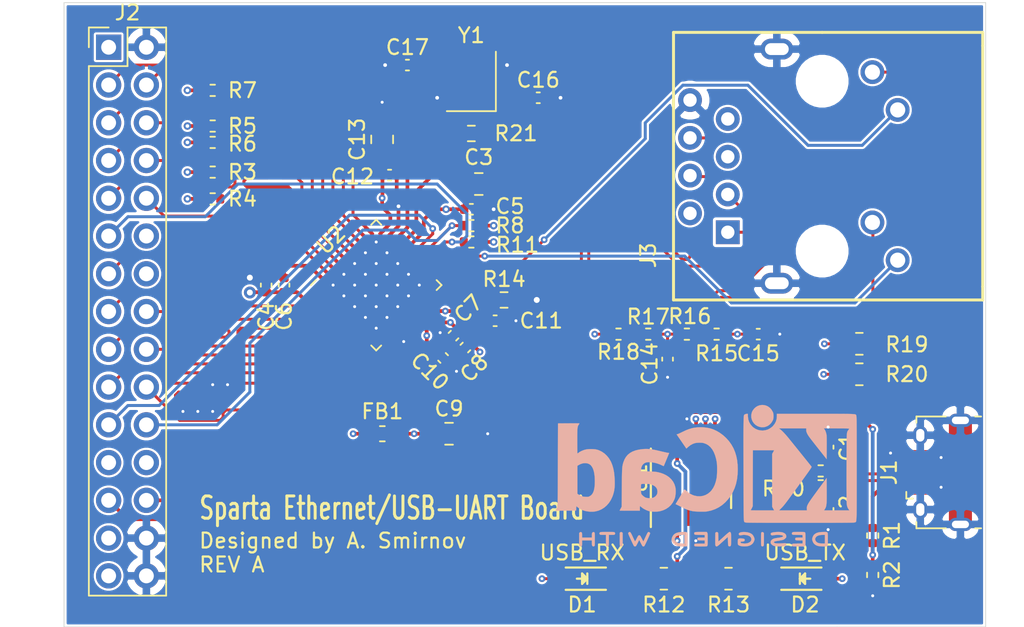
<source format=kicad_pcb>
(kicad_pcb (version 20171130) (host pcbnew "(5.1.8)-1")
  (layers (0 F.Cu signal) (1 In1.Cu signal) (2 In2.Cu signal) (31 B.Cu signal) (34 B.Paste user) (35 F.Paste user) (36 B.SilkS user) (37 F.SilkS user) (38 B.Mask user) (39 F.Mask user) (44 Edge.Cuts user))
  (net 0 "")
  (net 1 GND)
  (net 2 +3V3)
  (net 3 +3.3VA)
  (net 4 "Net-(C10-Pad1)")
  (net 5 "Net-(C16-Pad2)")
  (net 6 /ETH_X1)
  (net 7 "Net-(D1-Pad1)")
  (net 8 "Net-(D2-Pad1)")
  (net 9 "Net-(J1-Pad4)")
  (net 10 "Net-(J1-Pad1)")
  (net 11 +5V)
  (net 12 /UART_RX)
  (net 13 /UART_TX)
  (net 14 "Net-(J2-Pad24)")
  (net 15 /ETH_RXD3)
  (net 16 /ETH_RXD2)
  (net 17 /ETH_RXD1)
  (net 18 /ETH_RXD0)
  (net 19 /ETH_COL)
  (net 20 /ETH_RXERR)
  (net 21 /ETH_CRS)
  (net 22 /ETH_RX_DV)
  (net 23 /ETH_RX_CLK)
  (net 24 "Net-(J2-Pad14)")
  (net 25 "Net-(J2-Pad12)")
  (net 26 /ETH_MDC)
  (net 27 /ETH_MDIO)
  (net 28 /~ETH_RST)
  (net 29 /ETH_TXD3)
  (net 30 /ETH_TXD2)
  (net 31 /ETH_TXD1)
  (net 32 /ETH_TXD0)
  (net 33 /ETH_TX_EN)
  (net 34 /ETH_TX_CLK)
  (net 35 "Net-(J3-Pad7)")
  (net 36 /ETH_RX-)
  (net 37 /ETH_RX+)
  (net 38 /ETH_TX-)
  (net 39 /ETH_TX+)
  (net 40 "Net-(J3-Pad12)")
  (net 41 "Net-(J3-Pad10)")
  (net 42 /LED_SPD)
  (net 43 /LED_LINK)
  (net 44 /USB_VBUS_SENSE)
  (net 45 "Net-(R12-Pad2)")
  (net 46 "Net-(R13-Pad2)")
  (net 47 "Net-(R14-Pad2)")
  (net 48 /ETH_X2)
  (net 49 "Net-(U1-Pad16)")
  (net 50 "Net-(U1-Pad6)")
  (net 51 "Net-(U1-Pad2)")
  (net 52 "Net-(U2-Pad10)")
  (net 53 "Net-(U2-Pad9)")
  (net 54 "Net-(U2-Pad8)")
  (net 55 "Net-(J2-Pad23)")
  (net 56 /USB_J+)
  (net 57 /USB_J-)
  (net 58 /USB+)
  (net 59 /USB-)
  (module Symbol:KiCad-Logo2_8mm_SilkScreen (layer B.Cu) (at 130.2 108 180)
    (fp_text reference REF** hide)
    (fp_text value KiCad-Logo2_8mm_SilkScreen hide)
  )
  (module Connector_PinHeader_2.54mm:PinHeader_2x15_P2.54mm_Vertical (layer F.Cu) (at 90 80)
    (fp_text reference J2 (at 1.27 -2.33) (layer F.SilkS))
    (fp_text value Conn_02x15_Odd_Even)
    (pad 30 thru_hole oval (at 2.54 35.56) (size 1.7 1.7) (drill 1) (layers *.Cu *.Mask) (net 1 GND))
    (pad 29 thru_hole oval (at 0 35.56) (size 1.7 1.7) (drill 1) (layers *.Cu *.Mask) (net 11 +5V))
    (pad 28 thru_hole oval (at 2.54 33.02) (size 1.7 1.7) (drill 1) (layers *.Cu *.Mask) (net 1 GND))
    (pad 27 thru_hole oval (at 0 33.02) (size 1.7 1.7) (drill 1) (layers *.Cu *.Mask) (net 2 +3V3))
    (pad 26 thru_hole oval (at 2.54 30.48) (size 1.7 1.7) (drill 1) (layers *.Cu *.Mask) (net 12 /UART_RX))
    (pad 25 thru_hole oval (at 0 30.48) (size 1.7 1.7) (drill 1) (layers *.Cu *.Mask) (net 13 /UART_TX))
    (pad 24 thru_hole oval (at 2.54 27.94) (size 1.7 1.7) (drill 1) (layers *.Cu *.Mask) (net 14 "Net-(J2-Pad24)"))
    (pad 23 thru_hole oval (at 0 27.94) (size 1.7 1.7) (drill 1) (layers *.Cu *.Mask) (net 55 "Net-(J2-Pad23)"))
    (pad 22 thru_hole oval (at 2.54 25.4) (size 1.7 1.7) (drill 1) (layers *.Cu *.Mask) (net 27 /ETH_MDIO))
    (pad 21 thru_hole oval (at 0 25.4) (size 1.7 1.7) (drill 1) (layers *.Cu *.Mask) (net 26 /ETH_MDC))
    (pad 20 thru_hole oval (at 2.54 22.86) (size 1.7 1.7) (drill 1) (layers *.Cu *.Mask) (net 29 /ETH_TXD3))
    (pad 19 thru_hole oval (at 0 22.86) (size 1.7 1.7) (drill 1) (layers *.Cu *.Mask) (net 30 /ETH_TXD2))
    (pad 18 thru_hole oval (at 2.54 20.32) (size 1.7 1.7) (drill 1) (layers *.Cu *.Mask) (net 31 /ETH_TXD1))
    (pad 17 thru_hole oval (at 0 20.32) (size 1.7 1.7) (drill 1) (layers *.Cu *.Mask) (net 32 /ETH_TXD0))
    (pad 16 thru_hole oval (at 2.54 17.78) (size 1.7 1.7) (drill 1) (layers *.Cu *.Mask) (net 33 /ETH_TX_EN))
    (pad 15 thru_hole oval (at 0 17.78) (size 1.7 1.7) (drill 1) (layers *.Cu *.Mask) (net 34 /ETH_TX_CLK))
    (pad 14 thru_hole oval (at 2.54 15.24) (size 1.7 1.7) (drill 1) (layers *.Cu *.Mask) (net 24 "Net-(J2-Pad14)"))
    (pad 13 thru_hole oval (at 0 15.24) (size 1.7 1.7) (drill 1) (layers *.Cu *.Mask) (net 15 /ETH_RXD3))
    (pad 12 thru_hole oval (at 2.54 12.7) (size 1.7 1.7) (drill 1) (layers *.Cu *.Mask) (net 25 "Net-(J2-Pad12)"))
    (pad 11 thru_hole oval (at 0 12.7) (size 1.7 1.7) (drill 1) (layers *.Cu *.Mask) (net 28 /~ETH_RST))
    (pad 10 thru_hole oval (at 2.54 10.16) (size 1.7 1.7) (drill 1) (layers *.Cu *.Mask) (net 16 /ETH_RXD2))
    (pad 9 thru_hole oval (at 0 10.16) (size 1.7 1.7) (drill 1) (layers *.Cu *.Mask) (net 17 /ETH_RXD1))
    (pad 8 thru_hole oval (at 2.54 7.62) (size 1.7 1.7) (drill 1) (layers *.Cu *.Mask) (net 18 /ETH_RXD0))
    (pad 7 thru_hole oval (at 0 7.62) (size 1.7 1.7) (drill 1) (layers *.Cu *.Mask) (net 19 /ETH_COL))
    (pad 6 thru_hole oval (at 2.54 5.08) (size 1.7 1.7) (drill 1) (layers *.Cu *.Mask) (net 20 /ETH_RXERR))
    (pad 5 thru_hole oval (at 0 5.08) (size 1.7 1.7) (drill 1) (layers *.Cu *.Mask) (net 21 /ETH_CRS))
    (pad 4 thru_hole oval (at 2.54 2.54) (size 1.7 1.7) (drill 1) (layers *.Cu *.Mask) (net 22 /ETH_RX_DV))
    (pad 3 thru_hole oval (at 0 2.54) (size 1.7 1.7) (drill 1) (layers *.Cu *.Mask) (net 23 /ETH_RX_CLK))
    (pad 2 thru_hole oval (at 2.54 0) (size 1.7 1.7) (drill 1) (layers *.Cu *.Mask) (net 1 GND))
    (pad 1 thru_hole rect (at 0 0) (size 1.7 1.7) (drill 1) (layers *.Cu *.Mask) (net 2 +3V3))
  )
  (module my_parts:J1B1211CCD (layer F.Cu) (at 138 88 90)
    (fp_text reference J3 (at -6 -11.7 90) (layer F.SilkS))
    (fp_text value J1B1211CCD)
    (pad 8 thru_hole circle (at 4.445 -8.89 90) (size 1.6 1.6) (drill 0.9) (layers *.Cu *.Mask) (net 1 GND))
    (pad 7 thru_hole circle (at 3.175 -6.35 90) (size 1.6 1.6) (drill 0.9) (layers *.Cu *.Mask) (net 35 "Net-(J3-Pad7)"))
    (pad 6 thru_hole circle (at 1.905 -8.89 90) (size 1.6 1.6) (drill 0.9) (layers *.Cu *.Mask) (net 36 /ETH_RX-))
    (pad 5 thru_hole circle (at 0.635 -6.35 90) (size 1.6 1.6) (drill 0.9) (layers *.Cu *.Mask) (net 3 +3.3VA))
    (pad 4 thru_hole circle (at -0.635 -8.89 90) (size 1.6 1.6) (drill 0.9) (layers *.Cu *.Mask) (net 37 /ETH_RX+))
    (pad 3 thru_hole circle (at -1.905 -6.35 90) (size 1.6 1.6) (drill 0.9) (layers *.Cu *.Mask) (net 38 /ETH_TX-))
    (pad 2 thru_hole circle (at -3.175 -8.89 90) (size 1.6 1.6) (drill 0.9) (layers *.Cu *.Mask) (net 3 +3.3VA))
    (pad 1 thru_hole rect (at -4.445 -6.35 90) (size 1.6 1.6) (drill 0.9) (layers *.Cu *.Mask) (net 39 /ETH_TX+))
    (pad 12 thru_hole circle (at 6.325 3.38 90) (size 1.6 1.6) (drill 1.02) (layers *.Cu *.Mask) (net 40 "Net-(J3-Pad12)"))
    (pad 10 thru_hole circle (at -3.785 3.38 90) (size 1.6 1.6) (drill 1.02) (layers *.Cu *.Mask) (net 41 "Net-(J3-Pad10)"))
    (pad 11 thru_hole circle (at 3.785 5.08 90) (size 1.6 1.6) (drill 1.02) (layers *.Cu *.Mask) (net 42 /LED_SPD))
    (pad 9 thru_hole circle (at -6.325 5.08 90) (size 1.6 1.6) (drill 1.02) (layers *.Cu *.Mask) (net 43 /LED_LINK))
    (pad S2 thru_hole oval (at 7.875 -3.05 90) (size 1.4 2.2) (drill oval 0.8 1.6) (layers *.Cu *.Mask) (net 1 GND))
    (pad S1 thru_hole oval (at -7.875 -3.05 90) (size 1.4 2.2) (drill oval 0.8 1.6) (layers *.Cu *.Mask) (net 1 GND))
    (pad "" np_thru_hole circle (at 5.715 0 90) (size 3.25 3.25) (drill 3.25) (layers *.Cu *.Mask))
    (pad "" np_thru_hole circle (at -5.715 0 90) (size 3.25 3.25) (drill 3.25) (layers *.Cu *.Mask))
  )
  (module Crystal:Crystal_SMD_3225-4Pin_3.2x2.5mm (layer F.Cu) (at 114.4 82.3 90)
    (fp_text reference Y1 (at 3.1 0) (layer F.SilkS))
    (fp_text value 25MHz)
    (pad 4 smd rect (at -1.1 -0.85 90) (size 1.4 1.2) (layers F.Cu F.Paste F.Mask) (net 1 GND))
    (pad 3 smd rect (at 1.1 -0.85 90) (size 1.4 1.2) (layers F.Cu F.Paste F.Mask) (net 6 /ETH_X1))
    (pad 2 smd rect (at 1.1 0.85 90) (size 1.4 1.2) (layers F.Cu F.Paste F.Mask) (net 1 GND))
    (pad 1 smd rect (at -1.1 0.85 90) (size 1.4 1.2) (layers F.Cu F.Paste F.Mask) (net 5 "Net-(C16-Pad2)"))
  )
  (module Package_DFN_QFN:QFN-40-1EP_6x6mm_P0.5mm_EP4.6x4.6mm_ThermalVias (layer F.Cu) (at 108 96 45)
    (fp_text reference U2 (at 0 -4.3 45) (layer F.SilkS))
    (fp_text value DP83848J)
    (pad 41 smd rect (at 0 0 45) (size 4.6 4.6) (layers B.Cu) (net 1 GND))
    (pad 41 thru_hole circle (at 2.05 2.05 45) (size 0.5 0.5) (drill 0.2) (layers *.Cu) (net 1 GND))
    (pad 41 thru_hole circle (at 1.025 2.049999 45) (size 0.5 0.5) (drill 0.2) (layers *.Cu) (net 1 GND))
    (pad 41 thru_hole circle (at 0 2.05 45) (size 0.5 0.5) (drill 0.2) (layers *.Cu) (net 1 GND))
    (pad 41 thru_hole circle (at -1.025 2.049999 45) (size 0.5 0.5) (drill 0.2) (layers *.Cu) (net 1 GND))
    (pad 41 thru_hole circle (at -2.05 2.05 45) (size 0.5 0.5) (drill 0.2) (layers *.Cu) (net 1 GND))
    (pad 41 thru_hole circle (at 2.049999 1.025 45) (size 0.5 0.5) (drill 0.2) (layers *.Cu) (net 1 GND))
    (pad 41 thru_hole circle (at 1.025 1.025 45) (size 0.5 0.5) (drill 0.2) (layers *.Cu) (net 1 GND))
    (pad 41 thru_hole circle (at 0 1.024999 45) (size 0.5 0.5) (drill 0.2) (layers *.Cu) (net 1 GND))
    (pad 41 thru_hole circle (at -1.025 1.025 45) (size 0.5 0.5) (drill 0.2) (layers *.Cu) (net 1 GND))
    (pad 41 thru_hole circle (at -2.049999 1.025 45) (size 0.5 0.5) (drill 0.2) (layers *.Cu) (net 1 GND))
    (pad 41 thru_hole circle (at 2.05 0 45) (size 0.5 0.5) (drill 0.2) (layers *.Cu) (net 1 GND))
    (pad 41 thru_hole circle (at 1.024999 0 45) (size 0.5 0.5) (drill 0.2) (layers *.Cu) (net 1 GND))
    (pad 41 thru_hole circle (at 0 0 45) (size 0.5 0.5) (drill 0.2) (layers *.Cu) (net 1 GND))
    (pad 41 thru_hole circle (at -1.024999 0 45) (size 0.5 0.5) (drill 0.2) (layers *.Cu) (net 1 GND))
    (pad 41 thru_hole circle (at -2.05 0 45) (size 0.5 0.5) (drill 0.2) (layers *.Cu) (net 1 GND))
    (pad 41 thru_hole circle (at 2.049999 -1.025 45) (size 0.5 0.5) (drill 0.2) (layers *.Cu) (net 1 GND))
    (pad 41 thru_hole circle (at 1.025 -1.025 45) (size 0.5 0.5) (drill 0.2) (layers *.Cu) (net 1 GND))
    (pad 41 thru_hole circle (at 0 -1.024999 45) (size 0.5 0.5) (drill 0.2) (layers *.Cu) (net 1 GND))
    (pad 41 thru_hole circle (at -1.025 -1.025 45) (size 0.5 0.5) (drill 0.2) (layers *.Cu) (net 1 GND))
    (pad 41 thru_hole circle (at -2.049999 -1.025 45) (size 0.5 0.5) (drill 0.2) (layers *.Cu) (net 1 GND))
    (pad 41 thru_hole circle (at 2.05 -2.05 45) (size 0.5 0.5) (drill 0.2) (layers *.Cu) (net 1 GND))
    (pad 41 thru_hole circle (at 1.025 -2.049999 45) (size 0.5 0.5) (drill 0.2) (layers *.Cu) (net 1 GND))
    (pad 41 thru_hole circle (at 0 -2.05 45) (size 0.5 0.5) (drill 0.2) (layers *.Cu) (net 1 GND))
    (pad 41 thru_hole circle (at -1.025 -2.049999 45) (size 0.5 0.5) (drill 0.2) (layers *.Cu) (net 1 GND))
    (pad 41 thru_hole circle (at -2.05 -2.05 45) (size 0.5 0.5) (drill 0.2) (layers *.Cu) (net 1 GND))
    (pad 41 smd rect (at 0 0 45) (size 4.6 4.6) (layers F.Cu F.Mask) (net 1 GND))
    (pad 40 smd roundrect (at -2.25 -2.9375 45) (size 0.25 0.825) (layers F.Cu F.Paste F.Mask) (net 1 GND))
    (pad 39 smd roundrect (at -1.75 -2.9375 45) (size 0.25 0.825) (layers F.Cu F.Paste F.Mask) (net 15 /ETH_RXD3))
    (pad 38 smd roundrect (at -1.25 -2.9375 45) (size 0.25 0.825) (layers F.Cu F.Paste F.Mask) (net 16 /ETH_RXD2))
    (pad 37 smd roundrect (at -0.75 -2.9375 45) (size 0.25 0.825) (layers F.Cu F.Paste F.Mask) (net 17 /ETH_RXD1))
    (pad 36 smd roundrect (at -0.25 -2.9375 45) (size 0.25 0.825) (layers F.Cu F.Paste F.Mask) (net 18 /ETH_RXD0))
    (pad 35 smd roundrect (at 0.25 -2.9375 45) (size 0.25 0.825) (layers F.Cu F.Paste F.Mask) (net 19 /ETH_COL))
    (pad 34 smd roundrect (at 0.75 -2.9375 45) (size 0.25 0.825) (layers F.Cu F.Paste F.Mask) (net 20 /ETH_RXERR))
    (pad 33 smd roundrect (at 1.25 -2.9375 45) (size 0.25 0.825) (layers F.Cu F.Paste F.Mask) (net 21 /ETH_CRS))
    (pad 32 smd roundrect (at 1.75 -2.9375 45) (size 0.25 0.825) (layers F.Cu F.Paste F.Mask) (net 22 /ETH_RX_DV))
    (pad 31 smd roundrect (at 2.25 -2.9375 45) (size 0.25 0.825) (layers F.Cu F.Paste F.Mask) (net 23 /ETH_RX_CLK))
    (pad 30 smd roundrect (at 2.9375 -2.25 45) (size 0.825 0.25) (layers F.Cu F.Paste F.Mask) (net 4 "Net-(C10-Pad1)"))
    (pad 29 smd roundrect (at 2.9375 -1.75 45) (size 0.825 0.25) (layers F.Cu F.Paste F.Mask) (net 1 GND))
    (pad 28 smd roundrect (at 2.9375 -1.25 45) (size 0.825 0.25) (layers F.Cu F.Paste F.Mask) (net 6 /ETH_X1))
    (pad 27 smd roundrect (at 2.9375 -0.75 45) (size 0.825 0.25) (layers F.Cu F.Paste F.Mask) (net 48 /ETH_X2))
    (pad 26 smd roundrect (at 2.9375 -0.25 45) (size 0.825 0.25) (layers F.Cu F.Paste F.Mask) (net 2 +3V3))
    (pad 25 smd roundrect (at 2.9375 0.25 45) (size 0.825 0.25) (layers F.Cu F.Paste F.Mask) (net 26 /ETH_MDC))
    (pad 24 smd roundrect (at 2.9375 0.75 45) (size 0.825 0.25) (layers F.Cu F.Paste F.Mask) (net 27 /ETH_MDIO))
    (pad 23 smd roundrect (at 2.9375 1.25 45) (size 0.825 0.25) (layers F.Cu F.Paste F.Mask) (net 28 /~ETH_RST))
    (pad 22 smd roundrect (at 2.9375 1.75 45) (size 0.825 0.25) (layers F.Cu F.Paste F.Mask) (net 43 /LED_LINK))
    (pad 21 smd roundrect (at 2.9375 2.25 45) (size 0.825 0.25) (layers F.Cu F.Paste F.Mask) (net 42 /LED_SPD))
    (pad 20 smd roundrect (at 2.25 2.9375 45) (size 0.25 0.825) (layers F.Cu F.Paste F.Mask) (net 47 "Net-(R14-Pad2)"))
    (pad 19 smd roundrect (at 1.75 2.9375 45) (size 0.25 0.825) (layers F.Cu F.Paste F.Mask) (net 4 "Net-(C10-Pad1)"))
    (pad 18 smd roundrect (at 1.25 2.9375 45) (size 0.25 0.825) (layers F.Cu F.Paste F.Mask) (net 3 +3.3VA))
    (pad 17 smd roundrect (at 0.75 2.9375 45) (size 0.25 0.825) (layers F.Cu F.Paste F.Mask) (net 1 GND))
    (pad 16 smd roundrect (at 0.25 2.9375 45) (size 0.25 0.825) (layers F.Cu F.Paste F.Mask) (net 4 "Net-(C10-Pad1)"))
    (pad 15 smd roundrect (at -0.25 2.9375 45) (size 0.25 0.825) (layers F.Cu F.Paste F.Mask) (net 39 /ETH_TX+))
    (pad 14 smd roundrect (at -0.75 2.9375 45) (size 0.25 0.825) (layers F.Cu F.Paste F.Mask) (net 38 /ETH_TX-))
    (pad 13 smd roundrect (at -1.25 2.9375 45) (size 0.25 0.825) (layers F.Cu F.Paste F.Mask) (net 1 GND))
    (pad 12 smd roundrect (at -1.75 2.9375 45) (size 0.25 0.825) (layers F.Cu F.Paste F.Mask) (net 37 /ETH_RX+))
    (pad 11 smd roundrect (at -2.25 2.9375 45) (size 0.25 0.825) (layers F.Cu F.Paste F.Mask) (net 36 /ETH_RX-))
    (pad 10 smd roundrect (at -2.9375 2.25 45) (size 0.825 0.25) (layers F.Cu F.Paste F.Mask) (net 52 "Net-(U2-Pad10)"))
    (pad 9 smd roundrect (at -2.9375 1.75 45) (size 0.825 0.25) (layers F.Cu F.Paste F.Mask) (net 53 "Net-(U2-Pad9)"))
    (pad 8 smd roundrect (at -2.9375 1.25 45) (size 0.825 0.25) (layers F.Cu F.Paste F.Mask) (net 54 "Net-(U2-Pad8)"))
    (pad 7 smd roundrect (at -2.9375 0.75 45) (size 0.825 0.25) (layers F.Cu F.Paste F.Mask) (net 29 /ETH_TXD3))
    (pad 6 smd roundrect (at -2.9375 0.25 45) (size 0.825 0.25) (layers F.Cu F.Paste F.Mask) (net 30 /ETH_TXD2))
    (pad 5 smd roundrect (at -2.9375 -0.25 45) (size 0.825 0.25) (layers F.Cu F.Paste F.Mask) (net 31 /ETH_TXD1))
    (pad 4 smd roundrect (at -2.9375 -0.75 45) (size 0.825 0.25) (layers F.Cu F.Paste F.Mask) (net 32 /ETH_TXD0))
    (pad 3 smd roundrect (at -2.9375 -1.25 45) (size 0.825 0.25) (layers F.Cu F.Paste F.Mask) (net 33 /ETH_TX_EN))
    (pad 2 smd roundrect (at -2.9375 -1.75 45) (size 0.825 0.25) (layers F.Cu F.Paste F.Mask) (net 34 /ETH_TX_CLK))
    (pad 1 smd roundrect (at -2.9375 -2.25 45) (size 0.825 0.25) (layers F.Cu F.Paste F.Mask) (net 2 +3V3))
  )
  (module Package_SO:SSOP-16_3.9x4.9mm_P0.635mm (layer F.Cu) (at 129.2 109 90)
    (fp_text reference U1 (at 0 -3.5 90) (layer F.SilkS))
    (fp_text value FT230XS)
    (pad 16 smd rect (at 2.6 -2.2225 90) (size 1.2 0.4) (layers F.Cu F.Paste F.Mask) (net 49 "Net-(U1-Pad16)"))
    (pad 15 smd rect (at 2.6 -1.5875 90) (size 1.2 0.4) (layers F.Cu F.Paste F.Mask) (net 44 /USB_VBUS_SENSE))
    (pad 14 smd rect (at 2.6 -0.9525 90) (size 1.2 0.4) (layers F.Cu F.Paste F.Mask) (net 45 "Net-(R12-Pad2)"))
    (pad 13 smd rect (at 2.6 -0.3175 90) (size 1.2 0.4) (layers F.Cu F.Paste F.Mask) (net 1 GND))
    (pad 12 smd rect (at 2.6 0.3175 90) (size 1.2 0.4) (layers F.Cu F.Paste F.Mask) (net 2 +3V3))
    (pad 11 smd rect (at 2.6 0.9525 90) (size 1.2 0.4) (layers F.Cu F.Paste F.Mask) (net 2 +3V3))
    (pad 10 smd rect (at 2.6 1.5875 90) (size 1.2 0.4) (layers F.Cu F.Paste F.Mask) (net 2 +3V3))
    (pad 9 smd rect (at 2.6 2.2225 90) (size 1.2 0.4) (layers F.Cu F.Paste F.Mask) (net 58 /USB+))
    (pad 8 smd rect (at -2.6 2.2225 90) (size 1.2 0.4) (layers F.Cu F.Paste F.Mask) (net 59 /USB-))
    (pad 7 smd rect (at -2.6 1.5875 90) (size 1.2 0.4) (layers F.Cu F.Paste F.Mask) (net 46 "Net-(R13-Pad2)"))
    (pad 6 smd rect (at -2.6 0.9525 90) (size 1.2 0.4) (layers F.Cu F.Paste F.Mask) (net 50 "Net-(U1-Pad6)"))
    (pad 5 smd rect (at -2.6 0.3175 90) (size 1.2 0.4) (layers F.Cu F.Paste F.Mask) (net 1 GND))
    (pad 4 smd rect (at -2.6 -0.3175 90) (size 1.2 0.4) (layers F.Cu F.Paste F.Mask) (net 12 /UART_RX))
    (pad 3 smd rect (at -2.6 -0.9525 90) (size 1.2 0.4) (layers F.Cu F.Paste F.Mask) (net 2 +3V3))
    (pad 2 smd rect (at -2.6 -1.5875 90) (size 1.2 0.4) (layers F.Cu F.Paste F.Mask) (net 51 "Net-(U1-Pad2)"))
    (pad 1 smd rect (at -2.6 -2.2225 90) (size 1.2 0.4) (layers F.Cu F.Paste F.Mask) (net 13 /UART_TX))
  )
  (module Resistor_SMD:R_0603_1608Metric (layer F.Cu) (at 114.4 85.8 180)
    (fp_text reference R21 (at -3 0) (layer F.SilkS))
    (fp_text value 0)
    (pad 2 smd roundrect (at 0.825 0 180) (size 0.8 0.95) (layers F.Cu F.Paste F.Mask) (net 48 /ETH_X2))
    (pad 1 smd roundrect (at -0.825 0 180) (size 0.8 0.95) (layers F.Cu F.Paste F.Mask) (net 5 "Net-(C16-Pad2)"))
  )
  (module Resistor_SMD:R_0805_2012Metric (layer F.Cu) (at 140.5 102)
    (fp_text reference R20 (at 3.2 0) (layer F.SilkS))
    (fp_text value 330)
    (pad 2 smd roundrect (at 0.9125 0) (size 1.025 1.4) (layers F.Cu F.Paste F.Mask) (roundrect_rratio 0.2439014634146341) (net 40 "Net-(J3-Pad12)"))
    (pad 1 smd roundrect (at -0.9125 0) (size 1.025 1.4) (layers F.Cu F.Paste F.Mask) (roundrect_rratio 0.2439014634146341) (net 3 +3.3VA))
  )
  (module Resistor_SMD:R_0805_2012Metric (layer F.Cu) (at 140.5 99.95)
    (fp_text reference R19 (at 3.2 0.05) (layer F.SilkS))
    (fp_text value 330)
    (pad 2 smd roundrect (at 0.9125 0) (size 1.025 1.4) (layers F.Cu F.Paste F.Mask) (roundrect_rratio 0.2439014634146341) (net 41 "Net-(J3-Pad10)"))
    (pad 1 smd roundrect (at -0.9125 0) (size 1.025 1.4) (layers F.Cu F.Paste F.Mask) (roundrect_rratio 0.2439014634146341) (net 3 +3.3VA))
  )
  (module Resistor_SMD:R_0402_1005Metric (layer F.Cu) (at 124.3 99.3 180)
    (fp_text reference R18 (at 0 -1.2) (layer F.SilkS))
    (fp_text value 49.9)
    (pad 2 smd roundrect (at 0.51 0 180) (size 0.54 0.64) (layers F.Cu F.Paste F.Mask) (net 3 +3.3VA))
    (pad 1 smd roundrect (at -0.51 0 180) (size 0.54 0.64) (layers F.Cu F.Paste F.Mask) (net 39 /ETH_TX+))
  )
  (module Resistor_SMD:R_0402_1005Metric (layer F.Cu) (at 126.3 99.3)
    (fp_text reference R17 (at 0 -1.17) (layer F.SilkS))
    (fp_text value 49.9)
    (pad 2 smd roundrect (at 0.51 0) (size 0.54 0.64) (layers F.Cu F.Paste F.Mask) (net 3 +3.3VA))
    (pad 1 smd roundrect (at -0.51 0) (size 0.54 0.64) (layers F.Cu F.Paste F.Mask) (net 38 /ETH_TX-))
  )
  (module Resistor_SMD:R_0402_1005Metric (layer F.Cu) (at 128.9 99.3 180)
    (fp_text reference R16 (at -0.2 1.2) (layer F.SilkS))
    (fp_text value 49.9)
    (pad 2 smd roundrect (at 0.51 0 180) (size 0.54 0.64) (layers F.Cu F.Paste F.Mask) (net 3 +3.3VA))
    (pad 1 smd roundrect (at -0.51 0 180) (size 0.54 0.64) (layers F.Cu F.Paste F.Mask) (net 37 /ETH_RX+))
  )
  (module Resistor_SMD:R_0402_1005Metric (layer F.Cu) (at 130.9 99.3)
    (fp_text reference R15 (at 0 1.3) (layer F.SilkS))
    (fp_text value 49.9)
    (pad 2 smd roundrect (at 0.51 0) (size 0.54 0.64) (layers F.Cu F.Paste F.Mask) (net 3 +3.3VA))
    (pad 1 smd roundrect (at -0.51 0) (size 0.54 0.64) (layers F.Cu F.Paste F.Mask) (net 36 /ETH_RX-))
  )
  (module Resistor_SMD:R_0603_1608Metric (layer F.Cu) (at 116.6 97 180)
    (fp_text reference R14 (at 0 1.4) (layer F.SilkS))
    (fp_text value 4.87K)
    (pad 2 smd roundrect (at 0.825 0 180) (size 0.8 0.95) (layers F.Cu F.Paste F.Mask) (net 47 "Net-(R14-Pad2)"))
    (pad 1 smd roundrect (at -0.825 0 180) (size 0.8 0.95) (layers F.Cu F.Paste F.Mask) (net 1 GND))
  )
  (module Resistor_SMD:R_0805_2012Metric (layer F.Cu) (at 131.7 115.75 180)
    (fp_text reference R13 (at 0 -1.75) (layer F.SilkS))
    (fp_text value 680)
    (pad 2 smd roundrect (at 0.9125 0 180) (size 1.025 1.4) (layers F.Cu F.Paste F.Mask) (roundrect_rratio 0.2439014634146341) (net 46 "Net-(R13-Pad2)"))
    (pad 1 smd roundrect (at -0.9125 0 180) (size 1.025 1.4) (layers F.Cu F.Paste F.Mask) (roundrect_rratio 0.2439014634146341) (net 8 "Net-(D2-Pad1)"))
  )
  (module Resistor_SMD:R_0805_2012Metric (layer F.Cu) (at 127.35 115.75)
    (fp_text reference R12 (at 0 1.75) (layer F.SilkS))
    (fp_text value 680)
    (pad 2 smd roundrect (at 0.9125 0) (size 1.025 1.4) (layers F.Cu F.Paste F.Mask) (roundrect_rratio 0.2439014634146341) (net 45 "Net-(R12-Pad2)"))
    (pad 1 smd roundrect (at -0.9125 0) (size 1.025 1.4) (layers F.Cu F.Paste F.Mask) (roundrect_rratio 0.2439014634146341) (net 7 "Net-(D1-Pad1)"))
  )
  (module Resistor_SMD:R_0402_1005Metric (layer F.Cu) (at 114.4 93.1)
    (fp_text reference R11 (at 3.1 0.2) (layer F.SilkS))
    (fp_text value 2.2K)
    (pad 2 smd roundrect (at 0.51 0) (size 0.54 0.64) (layers F.Cu F.Paste F.Mask) (net 2 +3V3))
    (pad 1 smd roundrect (at -0.51 0) (size 0.54 0.64) (layers F.Cu F.Paste F.Mask) (net 28 /~ETH_RST))
  )
  (module Resistor_SMD:R_0402_1005Metric (layer F.Cu) (at 137.9 109.5)
    (fp_text reference R10 (at -2.5 0.2) (layer F.SilkS))
    (fp_text value 27)
    (pad 2 smd roundrect (at 0.51 0) (size 0.54 0.64) (layers F.Cu F.Paste F.Mask) (net 57 /USB_J-))
    (pad 1 smd roundrect (at -0.51 0) (size 0.54 0.64) (layers F.Cu F.Paste F.Mask) (net 59 /USB-))
  )
  (module Resistor_SMD:R_0402_1005Metric (layer F.Cu) (at 137.9 108.5)
    (fp_text reference R9 (at -2 -0.1) (layer F.SilkS))
    (fp_text value 27)
    (pad 2 smd roundrect (at 0.51 0) (size 0.54 0.64) (layers F.Cu F.Paste F.Mask) (net 56 /USB_J+))
    (pad 1 smd roundrect (at -0.51 0) (size 0.54 0.64) (layers F.Cu F.Paste F.Mask) (net 58 /USB+))
  )
  (module Resistor_SMD:R_0402_1005Metric (layer F.Cu) (at 114.4 92)
    (fp_text reference R8 (at 2.6 0) (layer F.SilkS))
    (fp_text value 2.2K)
    (pad 2 smd roundrect (at 0.51 0) (size 0.54 0.64) (layers F.Cu F.Paste F.Mask) (net 2 +3V3))
    (pad 1 smd roundrect (at -0.51 0) (size 0.54 0.64) (layers F.Cu F.Paste F.Mask) (net 27 /ETH_MDIO))
  )
  (module Resistor_SMD:R_0402_1005Metric (layer F.Cu) (at 97 82.9 180)
    (fp_text reference R7 (at -2 0) (layer F.SilkS))
    (fp_text value 2.2K)
    (pad 2 smd roundrect (at 0.51 0 180) (size 0.54 0.64) (layers F.Cu F.Paste F.Mask) (net 2 +3V3))
    (pad 1 smd roundrect (at -0.51 0 180) (size 0.54 0.64) (layers F.Cu F.Paste F.Mask) (net 21 /ETH_CRS))
  )
  (module Resistor_SMD:R_0402_1005Metric (layer F.Cu) (at 97 86.4 180)
    (fp_text reference R6 (at -2 -0.1) (layer F.SilkS))
    (fp_text value 2.2K)
    (pad 2 smd roundrect (at 0.51 0 180) (size 0.54 0.64) (layers F.Cu F.Paste F.Mask) (net 2 +3V3))
    (pad 1 smd roundrect (at -0.51 0 180) (size 0.54 0.64) (layers F.Cu F.Paste F.Mask) (net 19 /ETH_COL))
  )
  (module Resistor_SMD:R_0402_1005Metric (layer F.Cu) (at 97 85.3 180)
    (fp_text reference R5 (at -2 0) (layer F.SilkS))
    (fp_text value 2.2K)
    (pad 2 smd roundrect (at 0.51 0 180) (size 0.54 0.64) (layers F.Cu F.Paste F.Mask) (net 2 +3V3))
    (pad 1 smd roundrect (at -0.51 0 180) (size 0.54 0.64) (layers F.Cu F.Paste F.Mask) (net 20 /ETH_RXERR))
  )
  (module Resistor_SMD:R_0402_1005Metric (layer F.Cu) (at 97 90.2 180)
    (fp_text reference R4 (at -2 0) (layer F.SilkS))
    (fp_text value 2.2K)
    (pad 2 smd roundrect (at 0.51 0 180) (size 0.54 0.64) (layers F.Cu F.Paste F.Mask) (net 2 +3V3))
    (pad 1 smd roundrect (at -0.51 0 180) (size 0.54 0.64) (layers F.Cu F.Paste F.Mask) (net 17 /ETH_RXD1))
  )
  (module Resistor_SMD:R_0402_1005Metric (layer F.Cu) (at 97 88.4 180)
    (fp_text reference R3 (at -2 0) (layer F.SilkS))
    (fp_text value 2.2K)
    (pad 2 smd roundrect (at 0.51 0 180) (size 0.54 0.64) (layers F.Cu F.Paste F.Mask) (net 2 +3V3))
    (pad 1 smd roundrect (at -0.51 0 180) (size 0.54 0.64) (layers F.Cu F.Paste F.Mask) (net 18 /ETH_RXD0))
  )
  (module Resistor_SMD:R_0402_1005Metric (layer F.Cu) (at 141.4 115.5 90)
    (fp_text reference R2 (at 0 1.3 90) (layer F.SilkS))
    (fp_text value 10K)
    (pad 2 smd roundrect (at 0.51 0 90) (size 0.54 0.64) (layers F.Cu F.Paste F.Mask) (net 44 /USB_VBUS_SENSE))
    (pad 1 smd roundrect (at -0.51 0 90) (size 0.54 0.64) (layers F.Cu F.Paste F.Mask) (net 1 GND))
  )
  (module Resistor_SMD:R_0402_1005Metric (layer F.Cu) (at 141.4 112.85 90)
    (fp_text reference R1 (at 0 1.3 90) (layer F.SilkS))
    (fp_text value 4.75K)
    (pad 2 smd roundrect (at 0.51 0 90) (size 0.54 0.64) (layers F.Cu F.Paste F.Mask) (net 10 "Net-(J1-Pad1)"))
    (pad 1 smd roundrect (at -0.51 0 90) (size 0.54 0.64) (layers F.Cu F.Paste F.Mask) (net 44 /USB_VBUS_SENSE))
  )
  (module Connector_USB:USB_Micro-B_Amphenol_10118194_Horizontal (layer F.Cu) (at 146 108.6 90)
    (fp_text reference J1 (at 0 -3.5 90) (layer F.SilkS))
    (fp_text value USB_B_Micro)
    (pad 6 thru_hole oval (at 3.5 1.3 90) (size 0.89 1.55) (drill oval 0.5 1.15) (layers *.Cu *.Mask) (net 1 GND))
    (pad 6 thru_hole oval (at -3.5 1.3 90) (size 0.89 1.55) (drill oval 0.5 1.15) (layers *.Cu *.Mask) (net 1 GND))
    (pad 6 smd rect (at 2.9 1.3 90) (size 1.2 1.55) (layers F.Cu F.Paste F.Mask) (net 1 GND))
    (pad 6 smd rect (at -2.9 1.3 90) (size 1.2 1.55) (layers F.Cu F.Paste F.Mask) (net 1 GND))
    (pad 6 smd rect (at 1 1.3 90) (size 1.5 1.55) (layers F.Cu F.Paste F.Mask) (net 1 GND))
    (pad 6 smd rect (at -1 1.3 90) (size 1.5 1.55) (layers F.Cu F.Paste F.Mask) (net 1 GND))
    (pad 6 thru_hole oval (at 2.5 -1.4 90) (size 1.25 0.95) (drill oval 0.85 0.55) (layers *.Cu *.Mask) (net 1 GND))
    (pad 6 thru_hole oval (at -2.5 -1.4 90) (size 1.25 0.95) (drill oval 0.85 0.55) (layers *.Cu *.Mask) (net 1 GND))
    (pad 5 smd rect (at 1.3 -1.4 90) (size 0.4 1.35) (layers F.Cu F.Paste F.Mask) (net 1 GND))
    (pad 4 smd rect (at 0.65 -1.4 90) (size 0.4 1.35) (layers F.Cu F.Paste F.Mask) (net 9 "Net-(J1-Pad4)"))
    (pad 3 smd rect (at 0 -1.4 90) (size 0.4 1.35) (layers F.Cu F.Paste F.Mask) (net 56 /USB_J+))
    (pad 2 smd rect (at -0.65 -1.4 90) (size 0.4 1.35) (layers F.Cu F.Paste F.Mask) (net 57 /USB_J-))
    (pad 1 smd rect (at -1.3 -1.4 90) (size 0.4 1.35) (layers F.Cu F.Paste F.Mask) (net 10 "Net-(J1-Pad1)"))
  )
  (module Inductor_SMD:L_0603_1608Metric (layer F.Cu) (at 108.4125 106 180)
    (fp_text reference FB1 (at 0 1.5) (layer F.SilkS))
    (fp_text value 600R)
    (pad 2 smd roundrect (at 0.7875 0 180) (size 0.875 0.95) (layers F.Cu F.Paste F.Mask) (net 2 +3V3))
    (pad 1 smd roundrect (at -0.7875 0 180) (size 0.875 0.95) (layers F.Cu F.Paste F.Mask) (net 3 +3.3VA))
  )
  (module LEDs:LED_0805 (layer F.Cu) (at 136.85 115.75)
    (fp_text reference D2 (at 0 1.75) (layer F.SilkS))
    (fp_text value USB_TX (at 0 -1.75) (layer F.SilkS))
    (pad 1 smd rect (at -1.04902 0 180) (size 1.19888 1.19888) (layers F.Cu F.Paste F.Mask) (net 8 "Net-(D2-Pad1)"))
    (pad 2 smd rect (at 1.04902 0 180) (size 1.19888 1.19888) (layers F.Cu F.Paste F.Mask) (net 2 +3V3))
  )
  (module LEDs:LED_0805 (layer F.Cu) (at 121.85 115.75 180)
    (fp_text reference D1 (at 0 -1.75) (layer F.SilkS))
    (fp_text value USB_RX (at 0 1.75) (layer F.SilkS))
    (pad 1 smd rect (at -1.04902 0) (size 1.19888 1.19888) (layers F.Cu F.Paste F.Mask) (net 7 "Net-(D1-Pad1)"))
    (pad 2 smd rect (at 1.04902 0) (size 1.19888 1.19888) (layers F.Cu F.Paste F.Mask) (net 2 +3V3))
  )
  (module Capacitor_SMD:C_0402_1005Metric (layer F.Cu) (at 110.1 81.2 180)
    (fp_text reference C17 (at 0 1.2) (layer F.SilkS))
    (fp_text value 33pF)
    (pad 2 smd roundrect (at 0.48 0 180) (size 0.56 0.62) (layers F.Cu F.Paste F.Mask) (net 1 GND))
    (pad 1 smd roundrect (at -0.48 0 180) (size 0.56 0.62) (layers F.Cu F.Paste F.Mask) (net 6 /ETH_X1))
  )
  (module Capacitor_SMD:C_0402_1005Metric (layer F.Cu) (at 118.9 83.4 180)
    (fp_text reference C16 (at 0 1.2) (layer F.SilkS))
    (fp_text value 33pF)
    (pad 2 smd roundrect (at 0.48 0 180) (size 0.56 0.62) (layers F.Cu F.Paste F.Mask) (net 5 "Net-(C16-Pad2)"))
    (pad 1 smd roundrect (at -0.48 0 180) (size 0.56 0.62) (layers F.Cu F.Paste F.Mask) (net 1 GND))
  )
  (module Capacitor_SMD:C_0402_1005Metric (layer F.Cu) (at 133.7 99.3)
    (fp_text reference C15 (at 0 1.3) (layer F.SilkS))
    (fp_text value 0.1uF)
    (pad 2 smd roundrect (at 0.48 0) (size 0.56 0.62) (layers F.Cu F.Paste F.Mask) (net 1 GND))
    (pad 1 smd roundrect (at -0.48 0) (size 0.56 0.62) (layers F.Cu F.Paste F.Mask) (net 3 +3.3VA))
  )
  (module Capacitor_SMD:C_0402_1005Metric (layer F.Cu) (at 127.6 100.98 270)
    (fp_text reference C14 (at 0.32 1.2 90) (layer F.SilkS))
    (fp_text value 0.1uF)
    (pad 2 smd roundrect (at 0.48 0 270) (size 0.56 0.62) (layers F.Cu F.Paste F.Mask) (net 1 GND))
    (pad 1 smd roundrect (at -0.48 0 270) (size 0.56 0.62) (layers F.Cu F.Paste F.Mask) (net 3 +3.3VA))
  )
  (module Capacitor_SMD:C_0805_2012Metric (layer F.Cu) (at 108.4 86.2 90)
    (fp_text reference C13 (at 0 -1.68 90) (layer F.SilkS))
    (fp_text value 10uF)
    (pad 2 smd roundrect (at 0.95 0 90) (size 1 1.45) (layers F.Cu F.Paste F.Mask) (net 1 GND))
    (pad 1 smd roundrect (at -0.95 0 90) (size 1 1.45) (layers F.Cu F.Paste F.Mask) (net 4 "Net-(C10-Pad1)"))
  )
  (module Capacitor_SMD:C_0402_1005Metric (layer F.Cu) (at 108.9 88.6)
    (fp_text reference C12 (at -2.5 0.1) (layer F.SilkS))
    (fp_text value 0.1uF)
    (pad 2 smd roundrect (at 0.48 0) (size 0.56 0.62) (layers F.Cu F.Paste F.Mask) (net 1 GND))
    (pad 1 smd roundrect (at -0.48 0) (size 0.56 0.62) (layers F.Cu F.Paste F.Mask) (net 4 "Net-(C10-Pad1)"))
  )
  (module Capacitor_SMD:C_0402_1005Metric (layer F.Cu) (at 116 98.4)
    (fp_text reference C11 (at 3.1 0) (layer F.SilkS))
    (fp_text value 0.1uF)
    (pad 2 smd roundrect (at 0.48 0) (size 0.56 0.62) (layers F.Cu F.Paste F.Mask) (net 1 GND))
    (pad 1 smd roundrect (at -0.48 0) (size 0.56 0.62) (layers F.Cu F.Paste F.Mask) (net 4 "Net-(C10-Pad1)"))
  )
  (module Capacitor_SMD:C_0402_1005Metric (layer F.Cu) (at 112.5 100.9 315)
    (fp_text reference C10 (at 0 1.272792 135) (layer F.SilkS))
    (fp_text value 0.1uF)
    (pad 2 smd roundrect (at 0.48 0 315) (size 0.56 0.62) (layers F.Cu F.Paste F.Mask) (net 1 GND))
    (pad 1 smd roundrect (at -0.48 0 315) (size 0.56 0.62) (layers F.Cu F.Paste F.Mask) (net 4 "Net-(C10-Pad1)"))
  )
  (module Capacitor_SMD:C_0805_2012Metric (layer F.Cu) (at 112.9 106)
    (fp_text reference C9 (at 0 -1.68) (layer F.SilkS))
    (fp_text value 10uF)
    (pad 2 smd roundrect (at 0.95 0) (size 1 1.45) (layers F.Cu F.Paste F.Mask) (net 1 GND))
    (pad 1 smd roundrect (at -0.95 0) (size 1 1.45) (layers F.Cu F.Paste F.Mask) (net 3 +3.3VA))
  )
  (module Capacitor_SMD:C_0402_1005Metric (layer F.Cu) (at 114 100.2 225)
    (fp_text reference C8 (at 0.565685 -1.414214 45) (layer F.SilkS))
    (fp_text value 1uF)
    (pad 2 smd roundrect (at 0.48 0 225) (size 0.56 0.62) (layers F.Cu F.Paste F.Mask) (net 1 GND))
    (pad 1 smd roundrect (at -0.48 0 225) (size 0.56 0.62) (layers F.Cu F.Paste F.Mask) (net 3 +3.3VA))
  )
  (module Capacitor_SMD:C_0402_1005Metric (layer F.Cu) (at 113.2 99.4 225)
    (fp_text reference C7 (at -1.979899 0.565685 45) (layer F.SilkS))
    (fp_text value 0.1uF)
    (pad 2 smd roundrect (at 0.48 0 225) (size 0.56 0.62) (layers F.Cu F.Paste F.Mask) (net 1 GND))
    (pad 1 smd roundrect (at -0.48 0 225) (size 0.56 0.62) (layers F.Cu F.Paste F.Mask) (net 3 +3.3VA))
  )
  (module Capacitor_SMD:C_0402_1005Metric (layer F.Cu) (at 101.8 96 90)
    (fp_text reference C6 (at -2.1 0 90) (layer F.SilkS))
    (fp_text value 0.1uF)
    (pad 2 smd roundrect (at 0.48 0 90) (size 0.56 0.62) (layers F.Cu F.Paste F.Mask) (net 1 GND))
    (pad 1 smd roundrect (at -0.48 0 90) (size 0.56 0.62) (layers F.Cu F.Paste F.Mask) (net 2 +3V3))
  )
  (module Capacitor_SMD:C_0402_1005Metric (layer F.Cu) (at 114.4 90.9)
    (fp_text reference C5 (at 2.6 -0.2) (layer F.SilkS))
    (fp_text value 0.1uF)
    (pad 2 smd roundrect (at 0.48 0) (size 0.56 0.62) (layers F.Cu F.Paste F.Mask) (net 1 GND))
    (pad 1 smd roundrect (at -0.48 0) (size 0.56 0.62) (layers F.Cu F.Paste F.Mask) (net 2 +3V3))
  )
  (module Capacitor_SMD:C_0402_1005Metric (layer F.Cu) (at 100.6 96 90)
    (fp_text reference C4 (at -2.1 0 90) (layer F.SilkS))
    (fp_text value 1uF)
    (pad 2 smd roundrect (at 0.48 0 90) (size 0.56 0.62) (layers F.Cu F.Paste F.Mask) (net 1 GND))
    (pad 1 smd roundrect (at -0.48 0 90) (size 0.56 0.62) (layers F.Cu F.Paste F.Mask) (net 2 +3V3))
  )
  (module Capacitor_SMD:C_0805_2012Metric (layer F.Cu) (at 114.9 89.2)
    (fp_text reference C3 (at 0 -1.8) (layer F.SilkS))
    (fp_text value 10uF)
    (pad 2 smd roundrect (at 0.95 0) (size 1 1.45) (layers F.Cu F.Paste F.Mask) (net 1 GND))
    (pad 1 smd roundrect (at -0.95 0) (size 1 1.45) (layers F.Cu F.Paste F.Mask) (net 2 +3V3))
  )
  (module Capacitor_SMD:C_0402_1005Metric (layer F.Cu) (at 138.4 111.1 270)
    (fp_text reference C2 (at 0 -1.3 90) (layer F.SilkS))
    (fp_text value 47pF)
    (pad 2 smd roundrect (at 0.48 0 270) (size 0.56 0.62) (layers F.Cu F.Paste F.Mask) (net 1 GND))
    (pad 1 smd roundrect (at -0.48 0 270) (size 0.56 0.62) (layers F.Cu F.Paste F.Mask) (net 57 /USB_J-))
  )
  (module Capacitor_SMD:C_0402_1005Metric (layer F.Cu) (at 138.4 106.9 90)
    (fp_text reference C1 (at 0 1.3 90) (layer F.SilkS))
    (fp_text value 47pF)
    (pad 2 smd roundrect (at 0.48 0 90) (size 0.56 0.62) (layers F.Cu F.Paste F.Mask) (net 1 GND))
    (pad 1 smd roundrect (at -0.48 0 90) (size 0.56 0.62) (layers F.Cu F.Paste F.Mask) (net 56 /USB_J+))
  )
  (gr_text "Designed by A. Smirnov\nREV A" (at 96 114) (layer F.SilkS) (effects (font (size 1 1)) (justify left)))
  (gr_text "Sparta Ethernet/USB-UART Board" (at 96 111) (layer F.SilkS) (effects (font (size 1.5 1) (thickness 0.2)) (justify left)))
  (gr_line (start 149 77) (end 87 77) (layer Edge.Cuts) (width 0.05))
  (gr_line (start 149 119) (end 149 77) (layer Edge.Cuts) (width 0.05))
  (gr_line (start 139 119) (end 149 119) (layer Edge.Cuts) (width 0.05))
  (gr_line (start 87 119) (end 139 119) (layer Edge.Cuts) (width 0.05))
  (gr_line (start 87 77) (end 87 119) (layer Edge.Cuts) (width 0.05))
  (segment (start 104.331884 95.513864) (end 104.313864 95.513864) (width 0.25) (layer F.Cu) (net 1))
  (segment (start 104.313864 95.513864) (end 103.5 94.7) (width 0.25) (layer F.Cu) (net 1))
  (segment (start 103.5 94.7) (end 102.1 94.7) (width 0.25) (layer F.Cu) (net 1))
  (segment (start 101.8 95) (end 101.8 95.52) (width 0.25) (layer F.Cu) (net 1))
  (segment (start 102.1 94.7) (end 101.8 95) (width 0.25) (layer F.Cu) (net 1))
  (segment (start 101.8 95.52) (end 100.6 95.52) (width 0.25) (layer F.Cu) (net 1))
  (via (at 99.5 95.5) (size 0.8) (drill 0.4) (layers F.Cu B.Cu) (net 1))
  (segment (start 99.52 95.52) (end 99.5 95.5) (width 0.25) (layer F.Cu) (net 1))
  (segment (start 100.6 95.52) (end 99.52 95.52) (width 0.25) (layer F.Cu) (net 1))
  (segment (start 114.88 90.9) (end 115.9 90.9) (width 0.25) (layer F.Cu) (net 1))
  (via (at 115.9 90.9) (size 0.5) (drill 0.25) (layers F.Cu B.Cu) (net 1))
  (segment (start 115.85 90.85) (end 115.9 90.9) (width 0.25) (layer F.Cu) (net 1))
  (segment (start 115.85 89.2) (end 115.85 90.85) (width 0.25) (layer F.Cu) (net 1))
  (via (at 109.5 90.7) (size 0.5) (drill 0.25) (layers F.Cu B.Cu) (net 1))
  (segment (start 108.839689 92.685437) (end 109.5 92.025126) (width 0.25) (layer F.Cu) (net 1))
  (segment (start 109.5 92.025126) (end 109.5 90.7) (width 0.25) (layer F.Cu) (net 1))
  (segment (start 109.62 81.2) (end 108.6 81.2) (width 0.25) (layer F.Cu) (net 1))
  (via (at 108.6 81.2) (size 0.5) (drill 0.25) (layers F.Cu B.Cu) (net 1))
  (segment (start 113.55 83.4) (end 112.1 83.4) (width 0.25) (layer F.Cu) (net 1))
  (via (at 112.1 83.4) (size 0.5) (drill 0.25) (layers F.Cu B.Cu) (net 1))
  (segment (start 115.25 81.2) (end 116.8 81.2) (width 0.25) (layer F.Cu) (net 1))
  (via (at 116.8 81.2) (size 0.5) (drill 0.25) (layers F.Cu B.Cu) (net 1))
  (segment (start 119.38 83.4) (end 120.4 83.4) (width 0.25) (layer F.Cu) (net 1))
  (via (at 120.4 83.4) (size 0.5) (drill 0.25) (layers F.Cu B.Cu) (net 1))
  (segment (start 117.425 97) (end 118.8 97) (width 0.25) (layer F.Cu) (net 1))
  (via (at 118.8 97) (size 0.8) (drill 0.4) (layers F.Cu B.Cu) (net 1))
  (segment (start 112.860589 99.739411) (end 112.321192 99.200014) (width 0.25) (layer F.Cu) (net 1))
  (segment (start 112.260674 99.200014) (end 112.3 99.200014) (width 0.25) (layer F.Cu) (net 1))
  (segment (start 110.607456 97.546796) (end 112.260674 99.200014) (width 0.25) (layer F.Cu) (net 1))
  (via (at 112.3 99.200014) (size 0.45) (drill 0.2) (layers F.Cu B.Cu) (net 1))
  (segment (start 112.321192 99.200014) (end 112.3 99.200014) (width 0.25) (layer F.Cu) (net 1))
  (segment (start 112.860589 99.739411) (end 113.660589 100.539411) (width 0.25) (layer F.Cu) (net 1))
  (segment (start 113.539411 100.539411) (end 112.839411 101.239411) (width 0.25) (layer F.Cu) (net 1))
  (segment (start 113.660589 100.539411) (end 113.539411 100.539411) (width 0.25) (layer F.Cu) (net 1))
  (via (at 113.4 101.8) (size 0.45) (drill 0.2) (layers F.Cu B.Cu) (net 1))
  (segment (start 112.839411 101.239411) (end 113.4 101.8) (width 0.25) (layer F.Cu) (net 1))
  (via (at 117.4 98.4) (size 0.45) (drill 0.2) (layers F.Cu B.Cu) (net 1))
  (segment (start 116.48 98.4) (end 117.4 98.4) (width 0.25) (layer F.Cu) (net 1))
  (segment (start 117.425 98.375) (end 117.4 98.4) (width 0.25) (layer F.Cu) (net 1))
  (segment (start 117.425 97) (end 117.425 98.375) (width 0.25) (layer F.Cu) (net 1))
  (via (at 109.85 99.8) (size 0.45) (drill 0.2) (layers F.Cu B.Cu) (net 1))
  (segment (start 109.85 99.617767) (end 109.85 99.8) (width 0.25) (layer F.Cu) (net 1))
  (segment (start 109.193243 98.96101) (end 109.85 99.617767) (width 0.25) (layer F.Cu) (net 1))
  (via (at 129.5 113.2) (size 0.45) (drill 0.2) (layers F.Cu B.Cu) (net 1))
  (segment (start 129.5175 113.1825) (end 129.5 113.2) (width 0.25) (layer F.Cu) (net 1))
  (segment (start 129.5175 111.6) (end 129.5175 113.1825) (width 0.25) (layer F.Cu) (net 1))
  (via (at 128.9 105) (size 0.45) (drill 0.2) (layers F.Cu B.Cu) (net 1))
  (segment (start 128.8825 105.0175) (end 128.9 105) (width 0.25) (layer F.Cu) (net 1))
  (segment (start 128.8825 106.4) (end 128.8825 105.0175) (width 0.25) (layer F.Cu) (net 1))
  (via (at 138.4 105.55) (size 0.45) (drill 0.2) (layers F.Cu B.Cu) (net 1))
  (segment (start 138.4 106.42) (end 138.4 105.55) (width 0.2) (layer F.Cu) (net 1))
  (via (at 138.4 112.45) (size 0.45) (drill 0.2) (layers F.Cu B.Cu) (net 1))
  (segment (start 138.4 111.58) (end 138.4 112.45) (width 0.2) (layer F.Cu) (net 1))
  (segment (start 144.6 107.3) (end 142.6 107.3) (width 0.25) (layer F.Cu) (net 1))
  (via (at 142.6 107.3) (size 0.45) (drill 0.2) (layers F.Cu B.Cu) (net 1))
  (via (at 141.4 116.9) (size 0.45) (drill 0.2) (layers F.Cu B.Cu) (net 1))
  (segment (start 141.4 116.01) (end 141.4 116.9) (width 0.25) (layer F.Cu) (net 1))
  (segment (start 109.5 90.7) (end 109.5 89.95) (width 0.25) (layer F.Cu) (net 1))
  (segment (start 109.38 89.83) (end 109.38 88.6) (width 0.25) (layer F.Cu) (net 1))
  (segment (start 109.5 89.95) (end 109.38 89.83) (width 0.25) (layer F.Cu) (net 1))
  (via (at 108.4 83.7) (size 0.45) (drill 0.2) (layers F.Cu B.Cu) (net 1))
  (segment (start 108.4 85.25) (end 108.4 83.7) (width 0.25) (layer F.Cu) (net 1))
  (via (at 115.5 106) (size 0.45) (drill 0.2) (layers F.Cu B.Cu) (net 1))
  (segment (start 113.85 106) (end 115.5 106) (width 0.25) (layer F.Cu) (net 1))
  (via (at 135.15 99.3) (size 0.45) (drill 0.2) (layers F.Cu B.Cu) (net 1))
  (segment (start 134.18 99.3) (end 135.15 99.3) (width 0.2) (layer F.Cu) (net 1))
  (segment (start 127.6 101.46) (end 127.6 102.2) (width 0.2) (layer F.Cu) (net 1))
  (via (at 127.6 102.2) (size 0.45) (drill 0.2) (layers F.Cu B.Cu) (net 1))
  (via (at 95 104.5) (size 0.45) (drill 0.2) (layers F.Cu B.Cu) (net 1))
  (via (at 96 104.5) (size 0.45) (drill 0.2) (layers F.Cu B.Cu) (net 1))
  (via (at 97 104.5) (size 0.45) (drill 0.2) (layers F.Cu B.Cu) (net 1))
  (via (at 98 102.7) (size 0.45) (drill 0.2) (layers F.Cu B.Cu) (net 1))
  (via (at 97 102.7) (size 0.45) (drill 0.2) (layers F.Cu B.Cu) (net 1))
  (segment (start 147.3 109.6) (end 146 109.6) (width 0.2) (layer F.Cu) (net 1))
  (via (at 146 109.6) (size 0.45) (drill 0.2) (layers F.Cu B.Cu) (net 1))
  (segment (start 147.3 107.6) (end 146 107.6) (width 0.2) (layer F.Cu) (net 1))
  (via (at 146 107.6) (size 0.45) (drill 0.2) (layers F.Cu B.Cu) (net 1))
  (segment (start 101.8 96.48) (end 100.6 96.48) (width 0.25) (layer F.Cu) (net 2))
  (via (at 99.5 96.5) (size 0.8) (drill 0.4) (layers F.Cu B.Cu) (net 2))
  (segment (start 99.52 96.48) (end 99.5 96.5) (width 0.25) (layer F.Cu) (net 2))
  (segment (start 100.6 96.48) (end 99.52 96.48) (width 0.25) (layer F.Cu) (net 2))
  (via (at 112.7 90.9) (size 0.5) (drill 0.25) (layers F.Cu B.Cu) (net 2))
  (segment (start 113.92 90.9) (end 112.7 90.9) (width 0.25) (layer F.Cu) (net 2))
  (segment (start 113.95 90.87) (end 113.92 90.9) (width 0.25) (layer F.Cu) (net 2))
  (segment (start 113.95 89.2) (end 113.95 90.87) (width 0.25) (layer F.Cu) (net 2))
  (segment (start 109.900349 93.699651) (end 109.900349 93.746097) (width 0.25) (layer F.Cu) (net 2))
  (segment (start 111.2 92.4) (end 109.900349 93.699651) (width 0.25) (layer F.Cu) (net 2))
  (segment (start 111.2 91.6) (end 111.2 92.4) (width 0.25) (layer F.Cu) (net 2))
  (segment (start 111.9 90.9) (end 111.2 91.6) (width 0.25) (layer F.Cu) (net 2))
  (segment (start 112.7 90.9) (end 111.9 90.9) (width 0.25) (layer F.Cu) (net 2))
  (segment (start 96.49 90.2) (end 95.3 90.2) (width 0.25) (layer F.Cu) (net 2))
  (via (at 95.3 90.2) (size 0.5) (drill 0.25) (layers F.Cu B.Cu) (net 2))
  (segment (start 96.49 88.4) (end 95.3 88.4) (width 0.25) (layer F.Cu) (net 2))
  (via (at 95.3 88.4) (size 0.5) (drill 0.25) (layers F.Cu B.Cu) (net 2))
  (segment (start 96.49 86.4) (end 95.3 86.4) (width 0.25) (layer F.Cu) (net 2))
  (via (at 95.3 86.4) (size 0.5) (drill 0.25) (layers F.Cu B.Cu) (net 2))
  (segment (start 96.49 85.3) (end 95.3 85.3) (width 0.25) (layer F.Cu) (net 2))
  (via (at 95.3 85.3) (size 0.5) (drill 0.25) (layers F.Cu B.Cu) (net 2))
  (segment (start 96.49 82.9) (end 95.3 82.9) (width 0.25) (layer F.Cu) (net 2))
  (via (at 95.3 82.9) (size 0.5) (drill 0.25) (layers F.Cu B.Cu) (net 2))
  (segment (start 114.91 92) (end 115.9 92) (width 0.25) (layer F.Cu) (net 2))
  (via (at 115.9 92) (size 0.5) (drill 0.25) (layers F.Cu B.Cu) (net 2))
  (segment (start 114.91 93.1) (end 115.9 93.1) (width 0.25) (layer F.Cu) (net 2))
  (via (at 115.9 93.1) (size 0.5) (drill 0.25) (layers F.Cu B.Cu) (net 2))
  (segment (start 128.2475 111.6) (end 128.2475 113.1975) (width 0.25) (layer F.Cu) (net 2))
  (via (at 128.2475 113.1975) (size 0.45) (drill 0.2) (layers F.Cu B.Cu) (net 2))
  (via (at 129.5 105) (size 0.45) (drill 0.2) (layers F.Cu B.Cu) (net 2))
  (segment (start 129.5175 105.0175) (end 129.5 105) (width 0.25) (layer F.Cu) (net 2))
  (segment (start 129.5175 106.4) (end 129.5175 105.0175) (width 0.25) (layer F.Cu) (net 2))
  (via (at 130.15 105) (size 0.45) (drill 0.2) (layers F.Cu B.Cu) (net 2))
  (segment (start 130.1525 105.0025) (end 130.15 105) (width 0.25) (layer F.Cu) (net 2))
  (segment (start 130.1525 106.4) (end 130.1525 105.0025) (width 0.25) (layer F.Cu) (net 2))
  (via (at 130.8 105) (size 0.45) (drill 0.2) (layers F.Cu B.Cu) (net 2))
  (segment (start 130.7875 105.0125) (end 130.8 105) (width 0.25) (layer F.Cu) (net 2))
  (segment (start 130.7875 106.4) (end 130.7875 105.0125) (width 0.25) (layer F.Cu) (net 2))
  (segment (start 137.89902 115.75) (end 139.35 115.75) (width 0.25) (layer F.Cu) (net 2))
  (via (at 139.35 115.75) (size 0.45) (drill 0.2) (layers F.Cu B.Cu) (net 2))
  (segment (start 107.625 106) (end 106.45 106) (width 0.25) (layer F.Cu) (net 2))
  (via (at 106.45 106) (size 0.45) (drill 0.2) (layers F.Cu B.Cu) (net 2))
  (via (at 119.150009 115.750009) (size 0.45) (drill 0.2) (layers F.Cu B.Cu) (net 2))
  (segment (start 120.80098 115.75) (end 119.150018 115.75) (width 0.2) (layer F.Cu) (net 2))
  (segment (start 119.150018 115.75) (end 119.150009 115.750009) (width 0.2) (layer F.Cu) (net 2))
  (segment (start 102.68 96.48) (end 101.8 96.48) (width 0.25) (layer F.Cu) (net 2))
  (segment (start 103.3 97.1) (end 102.68 96.48) (width 0.25) (layer F.Cu) (net 2))
  (segment (start 103.7 97.1) (end 103.3 97.1) (width 0.25) (layer F.Cu) (net 2))
  (segment (start 104.313864 96.486136) (end 103.7 97.1) (width 0.25) (layer F.Cu) (net 2))
  (segment (start 104.331884 96.486136) (end 104.313864 96.486136) (width 0.25) (layer F.Cu) (net 2))
  (segment (start 113.539411 99.060589) (end 114.339411 99.860589) (width 0.25) (layer F.Cu) (net 3))
  (segment (start 114.339411 99.860589) (end 114.978822 100.5) (width 0.25) (layer F.Cu) (net 3))
  (via (at 114.978822 100.5) (size 0.45) (drill 0.2) (layers F.Cu B.Cu) (net 3))
  (segment (start 109.2 106) (end 110.55 106) (width 0.25) (layer F.Cu) (net 3))
  (via (at 110.55 106) (size 0.45) (drill 0.2) (layers F.Cu B.Cu) (net 3))
  (segment (start 110.55 106) (end 111.95 106) (width 0.25) (layer F.Cu) (net 3))
  (via (at 132.3 99.3) (size 0.45) (drill 0.2) (layers F.Cu B.Cu) (net 3))
  (segment (start 131.41 99.3) (end 132.3 99.3) (width 0.2) (layer F.Cu) (net 3))
  (segment (start 133.22 99.3) (end 132.3 99.3) (width 0.2) (layer F.Cu) (net 3))
  (via (at 122.7 99.3) (size 0.45) (drill 0.2) (layers F.Cu B.Cu) (net 3))
  (segment (start 123.79 99.3) (end 122.7 99.3) (width 0.2) (layer F.Cu) (net 3))
  (via (at 127.6 99.3) (size 0.45) (drill 0.2) (layers F.Cu B.Cu) (net 3))
  (segment (start 128.39 99.3) (end 127.6 99.3) (width 0.2) (layer F.Cu) (net 3))
  (segment (start 126.81 99.3) (end 127.6 99.3) (width 0.2) (layer F.Cu) (net 3))
  (segment (start 127.6 99.3) (end 127.6 100.5) (width 0.2) (layer F.Cu) (net 3))
  (segment (start 139.5875 102) (end 138.1 102) (width 0.2) (layer F.Cu) (net 3))
  (via (at 138.1 102) (size 0.45) (drill 0.2) (layers F.Cu B.Cu) (net 3))
  (via (at 138.149972 99.949972) (size 0.45) (drill 0.2) (layers F.Cu B.Cu) (net 3))
  (segment (start 139.5875 99.95) (end 138.15 99.95) (width 0.2) (layer F.Cu) (net 3))
  (segment (start 138.15 99.95) (end 138.149972 99.949972) (width 0.2) (layer F.Cu) (net 3))
  (via (at 112.989411 98.510589) (size 0.45) (drill 0.2) (layers F.Cu B.Cu) (net 3))
  (segment (start 113.539411 99.060589) (end 112.989411 98.510589) (width 0.25) (layer F.Cu) (net 3))
  (segment (start 110.96101 97.193243) (end 112.278356 98.510589) (width 0.25) (layer F.Cu) (net 3))
  (segment (start 112.278356 98.510589) (end 112.989411 98.510589) (width 0.25) (layer F.Cu) (net 3))
  (segment (start 112.224308 97.749434) (end 112.650566 97.749434) (width 0.25) (layer F.Cu) (net 4))
  (segment (start 111.314563 96.839689) (end 112.224308 97.749434) (width 0.25) (layer F.Cu) (net 4))
  (segment (start 115.179434 97.749434) (end 112.650566 97.749434) (width 0.25) (layer F.Cu) (net 4))
  (segment (start 115.52 98.09) (end 115.179434 97.749434) (width 0.25) (layer F.Cu) (net 4))
  (segment (start 115.52 98.4) (end 115.52 98.09) (width 0.25) (layer F.Cu) (net 4))
  (via (at 112.650566 97.749434) (size 0.45) (drill 0.2) (layers F.Cu B.Cu) (net 4))
  (via (at 111.4 99.4) (size 0.45) (drill 0.2) (layers F.Cu B.Cu) (net 4))
  (segment (start 111.4 99.046446) (end 111.4 99.4) (width 0.25) (layer F.Cu) (net 4))
  (segment (start 110.253903 97.900349) (end 111.4 99.046446) (width 0.25) (layer F.Cu) (net 4))
  (segment (start 111.4 99.8) (end 111.4 99.4) (width 0.25) (layer F.Cu) (net 4))
  (segment (start 112.160589 100.560589) (end 111.4 99.8) (width 0.25) (layer F.Cu) (net 4))
  (segment (start 108.486136 92.331884) (end 108.486136 92.313864) (width 0.25) (layer F.Cu) (net 4))
  (segment (start 108.486136 92.313864) (end 108.95 91.85) (width 0.25) (layer F.Cu) (net 4))
  (segment (start 108.95 91.85) (end 108.95 91.3) (width 0.25) (layer F.Cu) (net 4))
  (segment (start 108.95 91.3) (end 108.4 90.75) (width 0.25) (layer F.Cu) (net 4))
  (via (at 108.4 90.15) (size 0.45) (drill 0.2) (layers F.Cu B.Cu) (net 4))
  (segment (start 108.4 90.75) (end 108.4 90.15) (width 0.25) (layer F.Cu) (net 4))
  (segment (start 108.42 90.13) (end 108.4 90.15) (width 0.25) (layer F.Cu) (net 4))
  (segment (start 108.42 88.6) (end 108.42 90.13) (width 0.25) (layer F.Cu) (net 4))
  (segment (start 108.4 88.58) (end 108.42 88.6) (width 0.25) (layer F.Cu) (net 4))
  (segment (start 108.4 87.15) (end 108.4 88.58) (width 0.25) (layer F.Cu) (net 4))
  (segment (start 115.225 83.425) (end 115.25 83.4) (width 0.25) (layer F.Cu) (net 5))
  (segment (start 115.225 85.8) (end 115.225 83.425) (width 0.25) (layer F.Cu) (net 5))
  (segment (start 118.42 83.4) (end 115.25 83.4) (width 0.25) (layer F.Cu) (net 5))
  (segment (start 113.55 81.2) (end 110.58 81.2) (width 0.25) (layer F.Cu) (net 6))
  (segment (start 110.1 92.132233) (end 109.193243 93.03899) (width 0.25) (layer F.Cu) (net 6))
  (segment (start 110.1 87.4) (end 110.1 92.132233) (width 0.25) (layer F.Cu) (net 6))
  (segment (start 110.58 86.92) (end 110.1 87.4) (width 0.25) (layer F.Cu) (net 6))
  (segment (start 110.58 81.2) (end 110.58 86.92) (width 0.25) (layer F.Cu) (net 6))
  (segment (start 126.4375 115.75) (end 122.89902 115.75) (width 0.2) (layer F.Cu) (net 7))
  (segment (start 135.80098 115.75) (end 132.6125 115.75) (width 0.25) (layer F.Cu) (net 8))
  (segment (start 144.6 109.9) (end 141.7 109.9) (width 0.25) (layer F.Cu) (net 10))
  (segment (start 141.4 110.2) (end 141.4 112.34) (width 0.25) (layer F.Cu) (net 10))
  (segment (start 141.7 109.9) (end 141.4 110.2) (width 0.25) (layer F.Cu) (net 10))
  (segment (start 128.8825 110.75) (end 127.2825 109.15) (width 0.25) (layer F.Cu) (net 12))
  (segment (start 128.8825 111.6) (end 128.8825 110.75) (width 0.25) (layer F.Cu) (net 12))
  (segment (start 127.2825 109.15) (end 105.65 109.15) (width 0.25) (layer F.Cu) (net 12))
  (segment (start 104.32 110.48) (end 92.54 110.48) (width 0.25) (layer F.Cu) (net 12))
  (segment (start 105.65 109.15) (end 104.32 110.48) (width 0.25) (layer F.Cu) (net 12))
  (segment (start 126.9775 111.6) (end 126.9775 112.7225) (width 0.25) (layer F.Cu) (net 13))
  (segment (start 126.9775 112.7225) (end 126.35 113.35) (width 0.25) (layer F.Cu) (net 13))
  (segment (start 126.35 113.35) (end 95.4 113.35) (width 0.25) (layer F.Cu) (net 13))
  (segment (start 95.4 113.35) (end 93.8 111.75) (width 0.25) (layer F.Cu) (net 13))
  (segment (start 91.27 111.75) (end 90 110.48) (width 0.25) (layer F.Cu) (net 13))
  (segment (start 93.8 111.75) (end 91.27 111.75) (width 0.25) (layer F.Cu) (net 13))
  (segment (start 104.685437 95.158221) (end 102.927216 93.4) (width 0.2) (layer F.Cu) (net 15))
  (segment (start 91.24 94) (end 90 95.24) (width 0.2) (layer F.Cu) (net 15))
  (segment (start 93.5 94) (end 91.24 94) (width 0.2) (layer F.Cu) (net 15))
  (segment (start 104.685437 95.160311) (end 104.685437 95.158221) (width 0.2) (layer F.Cu) (net 15))
  (segment (start 100.9 94.6) (end 94.1 94.6) (width 0.2) (layer F.Cu) (net 15))
  (segment (start 101.1 94.2) (end 101.1 94.4) (width 0.2) (layer F.Cu) (net 15))
  (segment (start 100.9 94) (end 101.1 94.2) (width 0.2) (layer F.Cu) (net 15))
  (segment (start 101.1 94.4) (end 100.9 94.6) (width 0.2) (layer F.Cu) (net 15))
  (segment (start 94.1 94.6) (end 93.5 94) (width 0.2) (layer F.Cu) (net 15))
  (segment (start 96 93.4) (end 95.8 93.6) (width 0.2) (layer F.Cu) (net 15))
  (segment (start 102.927216 93.4) (end 96 93.4) (width 0.2) (layer F.Cu) (net 15))
  (segment (start 95.8 93.6) (end 95.8 93.8) (width 0.2) (layer F.Cu) (net 15))
  (segment (start 95.8 93.8) (end 96 94) (width 0.2) (layer F.Cu) (net 15))
  (segment (start 96 94) (end 100.9 94) (width 0.2) (layer F.Cu) (net 15))
  (segment (start 102.95 92.7) (end 105.03899 94.78899) (width 0.2) (layer F.Cu) (net 16))
  (segment (start 95.4 92.7) (end 102.95 92.7) (width 0.2) (layer F.Cu) (net 16))
  (segment (start 95.5 92) (end 95.225 92.275) (width 0.2) (layer F.Cu) (net 16))
  (segment (start 105.03899 94.78899) (end 105.03899 94.806757) (width 0.2) (layer F.Cu) (net 16))
  (segment (start 101.6 91.8) (end 101.4 92) (width 0.2) (layer F.Cu) (net 16))
  (segment (start 101.36 91.36) (end 101.6 91.6) (width 0.2) (layer F.Cu) (net 16))
  (segment (start 95.225 92.275) (end 95.225 92.525) (width 0.2) (layer F.Cu) (net 16))
  (segment (start 101.4 92) (end 95.5 92) (width 0.2) (layer F.Cu) (net 16))
  (segment (start 93.74 91.36) (end 101.36 91.36) (width 0.2) (layer F.Cu) (net 16))
  (segment (start 95.225 92.525) (end 95.4 92.7) (width 0.2) (layer F.Cu) (net 16))
  (segment (start 101.6 91.6) (end 101.6 91.8) (width 0.2) (layer F.Cu) (net 16))
  (segment (start 92.54 90.16) (end 93.74 91.36) (width 0.2) (layer F.Cu) (net 16))
  (segment (start 105.392544 94.442544) (end 105.392544 94.453204) (width 0.2) (layer F.Cu) (net 17))
  (segment (start 102.325 89.875) (end 102.1 90.1) (width 0.2) (layer F.Cu) (net 17))
  (segment (start 102.1 89.4) (end 102.325 89.625) (width 0.2) (layer F.Cu) (net 17))
  (segment (start 99.3 89.4) (end 102.1 89.4) (width 0.2) (layer F.Cu) (net 17))
  (segment (start 99.1 89.2) (end 99.3 89.4) (width 0.2) (layer F.Cu) (net 17))
  (segment (start 99.1 89) (end 99.1 89.2) (width 0.2) (layer F.Cu) (net 17))
  (segment (start 90 90.16) (end 91.26 88.9) (width 0.2) (layer F.Cu) (net 17))
  (segment (start 102.1 90.7) (end 102.325 90.925) (width 0.2) (layer F.Cu) (net 17))
  (segment (start 91.26 88.9) (end 93.959501 88.9) (width 0.2) (layer F.Cu) (net 17))
  (segment (start 93.959501 88.9) (end 94.459501 89.4) (width 0.2) (layer F.Cu) (net 17))
  (segment (start 100.7 88.8) (end 99.3 88.8) (width 0.2) (layer F.Cu) (net 17))
  (segment (start 102.325 90.925) (end 102.325 91.375) (width 0.2) (layer F.Cu) (net 17))
  (segment (start 98.3 89.4) (end 98.5 89.2) (width 0.2) (layer F.Cu) (net 17))
  (segment (start 102.325 89.625) (end 102.325 89.875) (width 0.2) (layer F.Cu) (net 17))
  (segment (start 98.5 89.2) (end 98.5 88.4) (width 0.2) (layer F.Cu) (net 17))
  (segment (start 98.5 88.4) (end 98.7 88.2) (width 0.2) (layer F.Cu) (net 17))
  (segment (start 100.9 88.4) (end 100.9 88.6) (width 0.2) (layer F.Cu) (net 17))
  (segment (start 98.7 88.2) (end 100.7 88.2) (width 0.2) (layer F.Cu) (net 17))
  (segment (start 100.7 88.2) (end 100.9 88.4) (width 0.2) (layer F.Cu) (net 17))
  (segment (start 100.9 88.6) (end 100.7 88.8) (width 0.2) (layer F.Cu) (net 17))
  (segment (start 102.325 91.375) (end 105.392544 94.442544) (width 0.2) (layer F.Cu) (net 17))
  (segment (start 99.3 88.8) (end 99.1 89) (width 0.2) (layer F.Cu) (net 17))
  (segment (start 100.8 90.1) (end 100.6 90.3) (width 0.2) (layer F.Cu) (net 17))
  (segment (start 102.1 90.1) (end 100.8 90.1) (width 0.2) (layer F.Cu) (net 17))
  (segment (start 100.6 90.3) (end 100.6 90.5) (width 0.2) (layer F.Cu) (net 17))
  (segment (start 100.6 90.5) (end 100.8 90.7) (width 0.2) (layer F.Cu) (net 17))
  (segment (start 100.8 90.7) (end 102.1 90.7) (width 0.2) (layer F.Cu) (net 17))
  (segment (start 97.51 89.41) (end 97.5 89.4) (width 0.2) (layer F.Cu) (net 17))
  (segment (start 97.51 90.2) (end 97.51 89.41) (width 0.2) (layer F.Cu) (net 17))
  (segment (start 97.5 89.4) (end 98.3 89.4) (width 0.2) (layer F.Cu) (net 17))
  (segment (start 94.459501 89.4) (end 97.5 89.4) (width 0.2) (layer F.Cu) (net 17))
  (segment (start 105.746097 94.087526) (end 105.746097 94.099651) (width 0.2) (layer F.Cu) (net 18))
  (segment (start 103 91.341429) (end 105.746097 94.087526) (width 0.2) (layer F.Cu) (net 18))
  (segment (start 103 86.6) (end 103 86.8) (width 0.2) (layer F.Cu) (net 18))
  (segment (start 100.1 87.2) (end 100.1 87.4) (width 0.2) (layer F.Cu) (net 18))
  (segment (start 99.9 86.4) (end 102.8 86.4) (width 0.2) (layer F.Cu) (net 18))
  (segment (start 98.68 87.62) (end 99.9 86.4) (width 0.2) (layer F.Cu) (net 18))
  (segment (start 103 86.8) (end 102.8 87) (width 0.2) (layer F.Cu) (net 18))
  (segment (start 102.8 87.6) (end 103 87.8) (width 0.2) (layer F.Cu) (net 18))
  (segment (start 102.8 86.4) (end 103 86.6) (width 0.2) (layer F.Cu) (net 18))
  (segment (start 102.8 87) (end 100.3 87) (width 0.2) (layer F.Cu) (net 18))
  (segment (start 100.3 87) (end 100.1 87.2) (width 0.2) (layer F.Cu) (net 18))
  (segment (start 100.1 87.4) (end 100.3 87.6) (width 0.2) (layer F.Cu) (net 18))
  (segment (start 100.3 87.6) (end 102.8 87.6) (width 0.2) (layer F.Cu) (net 18))
  (segment (start 103 88) (end 102.8 88.2) (width 0.2) (layer F.Cu) (net 18))
  (segment (start 103 87.8) (end 103 88) (width 0.2) (layer F.Cu) (net 18))
  (segment (start 102.8 88.2) (end 101.7 88.2) (width 0.2) (layer F.Cu) (net 18))
  (segment (start 101.7 88.2) (end 101.5 88.4) (width 0.2) (layer F.Cu) (net 18))
  (segment (start 101.5 88.4) (end 101.5 88.6) (width 0.2) (layer F.Cu) (net 18))
  (segment (start 101.5 88.6) (end 101.7 88.8) (width 0.2) (layer F.Cu) (net 18))
  (segment (start 101.7 88.8) (end 102.7 88.8) (width 0.2) (layer F.Cu) (net 18))
  (segment (start 102.7 88.8) (end 103 89.1) (width 0.2) (layer F.Cu) (net 18))
  (segment (start 103 89.1) (end 103 91.341429) (width 0.2) (layer F.Cu) (net 18))
  (segment (start 97.51 87.63) (end 97.52 87.62) (width 0.2) (layer F.Cu) (net 18))
  (segment (start 97.51 88.4) (end 97.51 87.63) (width 0.2) (layer F.Cu) (net 18))
  (segment (start 97.52 87.62) (end 98.68 87.62) (width 0.2) (layer F.Cu) (net 18))
  (segment (start 92.54 87.62) (end 97.52 87.62) (width 0.2) (layer F.Cu) (net 18))
  (segment (start 103.5 85.7) (end 103.7 85.9) (width 0.2) (layer F.Cu) (net 19))
  (segment (start 103.7 85.9) (end 103.7 91.346446) (width 0.2) (layer F.Cu) (net 19))
  (segment (start 90 87.62) (end 91.22 86.4) (width 0.2) (layer F.Cu) (net 19))
  (segment (start 99.4 84.5) (end 100.8 84.5) (width 0.2) (layer F.Cu) (net 19))
  (segment (start 103.7 91.346446) (end 106.099651 93.746097) (width 0.2) (layer F.Cu) (net 19))
  (segment (start 93.3 86.4) (end 94 87.1) (width 0.2) (layer F.Cu) (net 19))
  (segment (start 98.1 87.1) (end 99.1 86.1) (width 0.2) (layer F.Cu) (net 19))
  (segment (start 99.1 86.1) (end 99.1 84.8) (width 0.2) (layer F.Cu) (net 19))
  (segment (start 99.1 84.8) (end 99.4 84.5) (width 0.2) (layer F.Cu) (net 19))
  (segment (start 91.22 86.4) (end 93.3 86.4) (width 0.2) (layer F.Cu) (net 19))
  (segment (start 100.8 84.5) (end 101 84.7) (width 0.2) (layer F.Cu) (net 19))
  (segment (start 101 84.9) (end 100.8 85.1) (width 0.2) (layer F.Cu) (net 19))
  (segment (start 101 84.7) (end 101 84.9) (width 0.2) (layer F.Cu) (net 19))
  (segment (start 100.4 85.1) (end 100.2 85.3) (width 0.2) (layer F.Cu) (net 19))
  (segment (start 100.8 85.1) (end 100.4 85.1) (width 0.2) (layer F.Cu) (net 19))
  (segment (start 100.2 85.3) (end 100.2 85.5) (width 0.2) (layer F.Cu) (net 19))
  (segment (start 100.2 85.5) (end 100.4 85.7) (width 0.2) (layer F.Cu) (net 19))
  (segment (start 100.4 85.7) (end 103.5 85.7) (width 0.2) (layer F.Cu) (net 19))
  (segment (start 97.51 87.09) (end 97.5 87.1) (width 0.2) (layer F.Cu) (net 19))
  (segment (start 97.51 86.4) (end 97.51 87.09) (width 0.2) (layer F.Cu) (net 19))
  (segment (start 97.5 87.1) (end 98.1 87.1) (width 0.2) (layer F.Cu) (net 19))
  (segment (start 94 87.1) (end 97.5 87.1) (width 0.2) (layer F.Cu) (net 19))
  (segment (start 104.4 91.35) (end 106.442544 93.392544) (width 0.2) (layer F.Cu) (net 20))
  (segment (start 92.54 85.08) (end 94.02 85.08) (width 0.2) (layer F.Cu) (net 20))
  (segment (start 106.442544 93.392544) (end 106.453204 93.392544) (width 0.2) (layer F.Cu) (net 20))
  (segment (start 98 84.5) (end 98.6 83.9) (width 0.2) (layer F.Cu) (net 20))
  (segment (start 104.2 85.1) (end 104.4 85.3) (width 0.2) (layer F.Cu) (net 20))
  (segment (start 98.6 83.9) (end 104.2 83.9) (width 0.2) (layer F.Cu) (net 20))
  (segment (start 104.2 83.9) (end 104.4 84.1) (width 0.2) (layer F.Cu) (net 20))
  (segment (start 104.4 84.1) (end 104.4 84.3) (width 0.2) (layer F.Cu) (net 20))
  (segment (start 104.4 84.3) (end 104.2 84.5) (width 0.2) (layer F.Cu) (net 20))
  (segment (start 94.02 85.08) (end 94.6 84.5) (width 0.2) (layer F.Cu) (net 20))
  (segment (start 104.4 85.3) (end 104.4 91.35) (width 0.2) (layer F.Cu) (net 20))
  (segment (start 101.9 84.5) (end 101.7 84.7) (width 0.2) (layer F.Cu) (net 20))
  (segment (start 104.2 84.5) (end 101.9 84.5) (width 0.2) (layer F.Cu) (net 20))
  (segment (start 101.7 84.7) (end 101.7 84.9) (width 0.2) (layer F.Cu) (net 20))
  (segment (start 101.7 84.9) (end 101.9 85.1) (width 0.2) (layer F.Cu) (net 20))
  (segment (start 101.9 85.1) (end 104.2 85.1) (width 0.2) (layer F.Cu) (net 20))
  (segment (start 97.51 84.51) (end 97.5 84.5) (width 0.2) (layer F.Cu) (net 20))
  (segment (start 97.51 85.3) (end 97.51 84.51) (width 0.2) (layer F.Cu) (net 20))
  (segment (start 97.5 84.5) (end 98 84.5) (width 0.2) (layer F.Cu) (net 20))
  (segment (start 94.6 84.5) (end 97.5 84.5) (width 0.2) (layer F.Cu) (net 20))
  (segment (start 106.806757 93.031757) (end 106.806757 93.03899) (width 0.2) (layer F.Cu) (net 21))
  (segment (start 90 85.08) (end 91.28 83.8) (width 0.2) (layer F.Cu) (net 21))
  (segment (start 98.4 82.5) (end 101.7 82.5) (width 0.2) (layer F.Cu) (net 21))
  (segment (start 105.0875 83.4875) (end 105.0875 91.3125) (width 0.2) (layer F.Cu) (net 21))
  (segment (start 97.8 83.8) (end 98.2 83.4) (width 0.2) (layer F.Cu) (net 21))
  (segment (start 98.2 82.7) (end 98.4 82.5) (width 0.2) (layer F.Cu) (net 21))
  (segment (start 102 82.8) (end 102 83.1) (width 0.2) (layer F.Cu) (net 21))
  (segment (start 102 83.1) (end 102.25 83.35) (width 0.2) (layer F.Cu) (net 21))
  (segment (start 91.28 83.8) (end 97.8 83.8) (width 0.2) (layer F.Cu) (net 21))
  (segment (start 102.25 83.35) (end 104.95 83.35) (width 0.2) (layer F.Cu) (net 21))
  (segment (start 101.7 82.5) (end 102 82.8) (width 0.2) (layer F.Cu) (net 21))
  (segment (start 104.95 83.35) (end 105.0875 83.4875) (width 0.2) (layer F.Cu) (net 21))
  (segment (start 105.0875 91.3125) (end 106.806757 93.031757) (width 0.2) (layer F.Cu) (net 21))
  (segment (start 97.51 82.9) (end 98.2 82.9) (width 0.2) (layer F.Cu) (net 21))
  (segment (start 98.2 82.9) (end 98.2 82.7) (width 0.2) (layer F.Cu) (net 21))
  (segment (start 98.2 83.4) (end 98.2 82.9) (width 0.2) (layer F.Cu) (net 21))
  (segment (start 93.28 81.8) (end 92.54 82.54) (width 0.2) (layer F.Cu) (net 22))
  (segment (start 107.160311 92.685437) (end 107.160311 92.685311) (width 0.2) (layer F.Cu) (net 22))
  (segment (start 107.160311 92.685311) (end 105.7875 91.3125) (width 0.2) (layer F.Cu) (net 22))
  (segment (start 105.7875 83.3875) (end 105.2 82.8) (width 0.2) (layer F.Cu) (net 22))
  (segment (start 105.7875 91.3125) (end 105.7875 83.3875) (width 0.2) (layer F.Cu) (net 22))
  (segment (start 102.7 82.4) (end 102.8 82.3) (width 0.2) (layer F.Cu) (net 22))
  (segment (start 104.2 81.8) (end 93.28 81.8) (width 0.2) (layer F.Cu) (net 22))
  (segment (start 105.2 82.8) (end 102.8 82.8) (width 0.2) (layer F.Cu) (net 22))
  (segment (start 102.8 82.8) (end 102.7 82.7) (width 0.2) (layer F.Cu) (net 22))
  (segment (start 102.7 82.7) (end 102.7 82.4) (width 0.2) (layer F.Cu) (net 22))
  (segment (start 102.8 82.3) (end 104.1 82.3) (width 0.2) (layer F.Cu) (net 22))
  (segment (start 104.1 82.3) (end 104.3 82.1) (width 0.2) (layer F.Cu) (net 22))
  (segment (start 104.3 82.1) (end 104.3 81.9) (width 0.2) (layer F.Cu) (net 22))
  (segment (start 104.3 81.9) (end 104.2 81.8) (width 0.2) (layer F.Cu) (net 22))
  (segment (start 91.34 81.2) (end 90 82.54) (width 0.2) (layer F.Cu) (net 23))
  (segment (start 104.7 81.2) (end 91.34 81.2) (width 0.2) (layer F.Cu) (net 23))
  (segment (start 106.43969 82.93969) (end 104.7 81.2) (width 0.2) (layer F.Cu) (net 23))
  (segment (start 106.43969 91.26031) (end 106.43969 82.93969) (width 0.2) (layer F.Cu) (net 23))
  (segment (start 107.511263 92.331884) (end 106.43969 91.26031) (width 0.2) (layer F.Cu) (net 23))
  (segment (start 107.513864 92.331884) (end 107.511263 92.331884) (width 0.2) (layer F.Cu) (net 23))
  (segment (start 110.253903 94.099651) (end 110.253903 94.046097) (width 0.2) (layer F.Cu) (net 26))
  (segment (start 110.253903 94.099651) (end 111.8 92.553554) (width 0.2) (layer F.Cu) (net 26))
  (via (at 111.8 92.2) (size 0.45) (drill 0.2) (layers F.Cu B.Cu) (net 26))
  (segment (start 111.8 92.553554) (end 111.8 92.2) (width 0.2) (layer F.Cu) (net 26))
  (segment (start 93.4 104.1) (end 91.3 104.1) (width 0.2) (layer B.Cu) (net 26))
  (segment (start 106.2 91.3) (end 93.4 104.1) (width 0.2) (layer B.Cu) (net 26))
  (segment (start 110.9 91.3) (end 106.2 91.3) (width 0.2) (layer B.Cu) (net 26))
  (segment (start 91.3 104.1) (end 90 105.4) (width 0.2) (layer B.Cu) (net 26))
  (segment (start 111.8 92.2) (end 110.9 91.3) (width 0.2) (layer B.Cu) (net 26))
  (segment (start 110.607456 94.453204) (end 110.646796 94.453204) (width 0.2) (layer F.Cu) (net 27))
  (segment (start 110.646796 94.453204) (end 111.8 93.3) (width 0.2) (layer F.Cu) (net 27))
  (segment (start 113.89 92) (end 113.1 92) (width 0.2) (layer F.Cu) (net 27))
  (via (at 113.1 92) (size 0.45) (drill 0.2) (layers F.Cu B.Cu) (net 27))
  (segment (start 111.8 93.3) (end 113.1 92) (width 0.2) (layer F.Cu) (net 27))
  (segment (start 112.1 93) (end 113.1 92) (width 0.2) (layer B.Cu) (net 27))
  (segment (start 110.7 93) (end 112.1 93) (width 0.2) (layer B.Cu) (net 27))
  (segment (start 107.1 92.3) (end 110 92.3) (width 0.2) (layer B.Cu) (net 27))
  (segment (start 99.5 99.9) (end 107.1 92.3) (width 0.2) (layer B.Cu) (net 27))
  (segment (start 110 92.3) (end 110.7 93) (width 0.2) (layer B.Cu) (net 27))
  (segment (start 99.5 103.2) (end 99.5 99.9) (width 0.2) (layer B.Cu) (net 27))
  (segment (start 97.3 105.4) (end 99.5 103.2) (width 0.2) (layer B.Cu) (net 27))
  (segment (start 92.54 105.4) (end 97.3 105.4) (width 0.2) (layer B.Cu) (net 27))
  (segment (start 113.89 93.1) (end 113.1 93.1) (width 0.2) (layer F.Cu) (net 28))
  (via (at 113.1 93.1) (size 0.45) (drill 0.2) (layers F.Cu B.Cu) (net 28))
  (segment (start 112.669231 93.1) (end 113.1 93.1) (width 0.2) (layer F.Cu) (net 28))
  (segment (start 110.962474 94.806757) (end 112.669231 93.1) (width 0.2) (layer F.Cu) (net 28))
  (segment (start 110.96101 94.806757) (end 110.962474 94.806757) (width 0.2) (layer F.Cu) (net 28))
  (segment (start 91.3 91.4) (end 90 92.7) (width 0.2) (layer B.Cu) (net 28))
  (segment (start 96.5 91.4) (end 91.3 91.4) (width 0.2) (layer B.Cu) (net 28))
  (segment (start 98.7 89.2) (end 96.5 91.4) (width 0.2) (layer B.Cu) (net 28))
  (segment (start 112.1 89.2) (end 98.7 89.2) (width 0.2) (layer B.Cu) (net 28))
  (segment (start 114.1 91.2) (end 112.1 89.2) (width 0.2) (layer B.Cu) (net 28))
  (segment (start 114.1 92.7) (end 114.1 91.2) (width 0.2) (layer B.Cu) (net 28))
  (segment (start 113.7 93.1) (end 114.1 92.7) (width 0.2) (layer B.Cu) (net 28))
  (segment (start 113.1 93.1) (end 113.7 93.1) (width 0.2) (layer B.Cu) (net 28))
  (segment (start 104.775 100.275) (end 106.442544 98.607456) (width 0.2) (layer F.Cu) (net 29))
  (segment (start 102.7 103.8) (end 104.775 101.725) (width 0.2) (layer F.Cu) (net 29))
  (segment (start 102.7 105.4) (end 102.7 103.8) (width 0.2) (layer F.Cu) (net 29))
  (segment (start 102.5 105.6) (end 102.7 105.4) (width 0.2) (layer F.Cu) (net 29))
  (segment (start 98.5 105.6) (end 102.5 105.6) (width 0.2) (layer F.Cu) (net 29))
  (segment (start 92.54 102.86) (end 94.78 105.1) (width 0.2) (layer F.Cu) (net 29))
  (segment (start 94.78 105.1) (end 97.5 105.1) (width 0.2) (layer F.Cu) (net 29))
  (segment (start 106.442544 98.607456) (end 106.453204 98.607456) (width 0.2) (layer F.Cu) (net 29))
  (segment (start 97.9 104.4) (end 101.5 104.4) (width 0.2) (layer F.Cu) (net 29))
  (segment (start 97.5 105.1) (end 97.7 104.9) (width 0.2) (layer F.Cu) (net 29))
  (segment (start 104.775 101.725) (end 104.775 100.275) (width 0.2) (layer F.Cu) (net 29))
  (segment (start 97.7 104.9) (end 97.7 104.6) (width 0.2) (layer F.Cu) (net 29))
  (segment (start 97.7 104.6) (end 97.9 104.4) (width 0.2) (layer F.Cu) (net 29))
  (segment (start 101.5 104.4) (end 101.7 104.6) (width 0.2) (layer F.Cu) (net 29))
  (segment (start 101.7 104.6) (end 101.7 104.8) (width 0.2) (layer F.Cu) (net 29))
  (segment (start 101.7 104.8) (end 101.5 105) (width 0.2) (layer F.Cu) (net 29))
  (segment (start 98.5 105) (end 98.3 105.2) (width 0.2) (layer F.Cu) (net 29))
  (segment (start 101.5 105) (end 98.5 105) (width 0.2) (layer F.Cu) (net 29))
  (segment (start 98.3 105.2) (end 98.3 105.4) (width 0.2) (layer F.Cu) (net 29))
  (segment (start 98.3 105.4) (end 98.5 105.6) (width 0.2) (layer F.Cu) (net 29))
  (segment (start 91.26 101.6) (end 90 102.86) (width 0.2) (layer F.Cu) (net 30))
  (segment (start 101.3 103) (end 101.3 102.8) (width 0.2) (layer F.Cu) (net 30))
  (segment (start 101.1 103.2) (end 101.3 103) (width 0.2) (layer F.Cu) (net 30))
  (segment (start 103.975 101.425) (end 101.6 103.8) (width 0.2) (layer F.Cu) (net 30))
  (segment (start 98.3 103.8) (end 94.7 103.8) (width 0.2) (layer F.Cu) (net 30))
  (segment (start 96.1 103.2) (end 96.3 103) (width 0.2) (layer F.Cu) (net 30))
  (segment (start 101.3 102.8) (end 101.1 102.6) (width 0.2) (layer F.Cu) (net 30))
  (segment (start 103.975 100.375) (end 103.975 101.425) (width 0.2) (layer F.Cu) (net 30))
  (segment (start 106.096097 98.253903) (end 103.975 100.375) (width 0.2) (layer F.Cu) (net 30))
  (segment (start 106.099651 98.253903) (end 106.096097 98.253903) (width 0.2) (layer F.Cu) (net 30))
  (segment (start 98.8 102.6) (end 98.6 102.8) (width 0.2) (layer F.Cu) (net 30))
  (segment (start 98.6 102.8) (end 98.6 103.5) (width 0.2) (layer F.Cu) (net 30))
  (segment (start 98.6 103.5) (end 98.3 103.8) (width 0.2) (layer F.Cu) (net 30))
  (segment (start 96.3 103) (end 96.3 102.8) (width 0.2) (layer F.Cu) (net 30))
  (segment (start 94.7 103.8) (end 94.5 103.6) (width 0.2) (layer F.Cu) (net 30))
  (segment (start 94.1 102.4) (end 94.1 102) (width 0.2) (layer F.Cu) (net 30))
  (segment (start 94.5 103.6) (end 94.5 103.4) (width 0.2) (layer F.Cu) (net 30))
  (segment (start 96.3 102.8) (end 96.1 102.6) (width 0.2) (layer F.Cu) (net 30))
  (segment (start 101.1 102.6) (end 98.8 102.6) (width 0.2) (layer F.Cu) (net 30))
  (segment (start 94.5 103.4) (end 94.7 103.2) (width 0.2) (layer F.Cu) (net 30))
  (segment (start 94.7 103.2) (end 96.1 103.2) (width 0.2) (layer F.Cu) (net 30))
  (segment (start 96.1 102.6) (end 94.3 102.6) (width 0.2) (layer F.Cu) (net 30))
  (segment (start 94.3 102.6) (end 94.1 102.4) (width 0.2) (layer F.Cu) (net 30))
  (segment (start 94.1 102) (end 93.7 101.6) (width 0.2) (layer F.Cu) (net 30))
  (segment (start 93.7 101.6) (end 91.26 101.6) (width 0.2) (layer F.Cu) (net 30))
  (segment (start 100.8 103.2) (end 100.6 103.4) (width 0.2) (layer F.Cu) (net 30))
  (segment (start 100.8 103.2) (end 101.1 103.2) (width 0.2) (layer F.Cu) (net 30))
  (segment (start 100.6 103.4) (end 100.6 103.6) (width 0.2) (layer F.Cu) (net 30))
  (segment (start 100.6 103.6) (end 100.8 103.8) (width 0.2) (layer F.Cu) (net 30))
  (segment (start 101.6 103.8) (end 100.8 103.8) (width 0.2) (layer F.Cu) (net 30))
  (segment (start 92.54 100.32) (end 93.82 100.32) (width 0.2) (layer F.Cu) (net 31))
  (segment (start 93.82 100.32) (end 94.2 100.7) (width 0.2) (layer F.Cu) (net 31))
  (segment (start 94.2 100.7) (end 100.4 100.7) (width 0.2) (layer F.Cu) (net 31))
  (segment (start 100.4 100.7) (end 100.6 100.9) (width 0.2) (layer F.Cu) (net 31))
  (segment (start 100.6 100.9) (end 100.6 101.1) (width 0.2) (layer F.Cu) (net 31))
  (segment (start 103.4 101) (end 103.4 100.25) (width 0.2) (layer F.Cu) (net 31))
  (segment (start 103.4 100.25) (end 105.746097 97.903903) (width 0.2) (layer F.Cu) (net 31))
  (segment (start 100.6 101.1) (end 100.4 101.3) (width 0.2) (layer F.Cu) (net 31))
  (segment (start 95.1 101.3) (end 94.9 101.5) (width 0.2) (layer F.Cu) (net 31))
  (segment (start 95.1 101.9) (end 102.5 101.9) (width 0.2) (layer F.Cu) (net 31))
  (segment (start 100.4 101.3) (end 95.1 101.3) (width 0.2) (layer F.Cu) (net 31))
  (segment (start 94.9 101.5) (end 94.9 101.7) (width 0.2) (layer F.Cu) (net 31))
  (segment (start 94.9 101.7) (end 95.1 101.9) (width 0.2) (layer F.Cu) (net 31))
  (segment (start 105.746097 97.903903) (end 105.746097 97.900349) (width 0.2) (layer F.Cu) (net 31))
  (segment (start 102.5 101.9) (end 103.4 101) (width 0.2) (layer F.Cu) (net 31))
  (segment (start 103.83934 99.1) (end 105.392544 97.546796) (width 0.2) (layer F.Cu) (net 32))
  (segment (start 102.7 100.8) (end 102.7 100.23934) (width 0.2) (layer F.Cu) (net 32))
  (segment (start 102.7 100.23934) (end 103.83934 99.1) (width 0.2) (layer F.Cu) (net 32))
  (segment (start 102.2 101.3) (end 102.7 100.8) (width 0.2) (layer F.Cu) (net 32))
  (segment (start 90 100.32) (end 91.22 99.1) (width 0.2) (layer F.Cu) (net 32))
  (segment (start 98.1 99.3) (end 97.9 99.5) (width 0.2) (layer F.Cu) (net 32))
  (segment (start 91.22 99.1) (end 93.5 99.1) (width 0.2) (layer F.Cu) (net 32))
  (segment (start 97.9 98.9) (end 98.1 99.1) (width 0.2) (layer F.Cu) (net 32))
  (segment (start 93.5 99.1) (end 93.7 98.9) (width 0.2) (layer F.Cu) (net 32))
  (segment (start 94.8 99.5) (end 94.6 99.7) (width 0.2) (layer F.Cu) (net 32))
  (segment (start 93.7 98.9) (end 97.9 98.9) (width 0.2) (layer F.Cu) (net 32))
  (segment (start 97.9 99.5) (end 94.8 99.5) (width 0.2) (layer F.Cu) (net 32))
  (segment (start 98.1 99.1) (end 98.1 99.3) (width 0.2) (layer F.Cu) (net 32))
  (segment (start 94.6 99.7) (end 94.6 99.9) (width 0.2) (layer F.Cu) (net 32))
  (segment (start 94.6 99.9) (end 94.8 100.1) (width 0.2) (layer F.Cu) (net 32))
  (segment (start 101.5 100.7) (end 101.3 100.9) (width 0.2) (layer F.Cu) (net 32))
  (segment (start 101.3 101.1) (end 101.5 101.3) (width 0.2) (layer F.Cu) (net 32))
  (segment (start 101.5 101.3) (end 102.2 101.3) (width 0.2) (layer F.Cu) (net 32))
  (segment (start 101.3 100.9) (end 101.3 101.1) (width 0.2) (layer F.Cu) (net 32))
  (segment (start 101.7 100.1) (end 101.9 100.3) (width 0.2) (layer F.Cu) (net 32))
  (segment (start 94.8 100.1) (end 101.7 100.1) (width 0.2) (layer F.Cu) (net 32))
  (segment (start 101.9 100.3) (end 101.9 100.5) (width 0.2) (layer F.Cu) (net 32))
  (segment (start 101.9 100.5) (end 101.7 100.7) (width 0.2) (layer F.Cu) (net 32))
  (segment (start 101.7 100.7) (end 101.5 100.7) (width 0.2) (layer F.Cu) (net 32))
  (segment (start 105.034641 97.193243) (end 105.03899 97.193243) (width 0.2) (layer F.Cu) (net 33))
  (segment (start 102.2 98.3) (end 102.4 98.5) (width 0.2) (layer F.Cu) (net 33))
  (segment (start 92.54 97.78) (end 93.72 97.78) (width 0.2) (layer F.Cu) (net 33))
  (segment (start 93.72 97.78) (end 93.9 97.6) (width 0.2) (layer F.Cu) (net 33))
  (segment (start 102.4 98.7) (end 102.2 98.9) (width 0.2) (layer F.Cu) (net 33))
  (segment (start 93.9 97.6) (end 93.9 97.2) (width 0.2) (layer F.Cu) (net 33))
  (segment (start 102.4 98.5) (end 102.4 98.7) (width 0.2) (layer F.Cu) (net 33))
  (segment (start 93.9 97.2) (end 94.1 97) (width 0.2) (layer F.Cu) (net 33))
  (segment (start 102.727884 99.5) (end 105.034641 97.193243) (width 0.2) (layer F.Cu) (net 33))
  (segment (start 94.6 97.8) (end 94.6 98.1) (width 0.2) (layer F.Cu) (net 33))
  (segment (start 94.6 98.1) (end 94.8 98.3) (width 0.2) (layer F.Cu) (net 33))
  (segment (start 96.7 97) (end 96.9 97.2) (width 0.2) (layer F.Cu) (net 33))
  (segment (start 94.1 97) (end 96.7 97) (width 0.2) (layer F.Cu) (net 33))
  (segment (start 94.8 97.6) (end 94.6 97.8) (width 0.2) (layer F.Cu) (net 33))
  (segment (start 96.9 97.2) (end 96.9 97.4) (width 0.2) (layer F.Cu) (net 33))
  (segment (start 96.9 97.4) (end 96.7 97.6) (width 0.2) (layer F.Cu) (net 33))
  (segment (start 96.7 97.6) (end 94.8 97.6) (width 0.2) (layer F.Cu) (net 33))
  (segment (start 94.8 98.3) (end 102.2 98.3) (width 0.2) (layer F.Cu) (net 33))
  (segment (start 98.9 98.9) (end 98.7 99.1) (width 0.2) (layer F.Cu) (net 33))
  (segment (start 102.2 98.9) (end 98.9 98.9) (width 0.2) (layer F.Cu) (net 33))
  (segment (start 98.7 99.1) (end 98.7 99.3) (width 0.2) (layer F.Cu) (net 33))
  (segment (start 98.7 99.3) (end 98.9 99.5) (width 0.2) (layer F.Cu) (net 33))
  (segment (start 98.9 99.5) (end 102.727884 99.5) (width 0.2) (layer F.Cu) (net 33))
  (segment (start 98.3 95.8) (end 95.1 95.8) (width 0.2) (layer F.Cu) (net 34))
  (segment (start 94.1 95.4) (end 94.3 95.2) (width 0.2) (layer F.Cu) (net 34))
  (segment (start 98.5 95.6) (end 98.3 95.8) (width 0.2) (layer F.Cu) (net 34))
  (segment (start 94.9 96.2) (end 95.1 96.4) (width 0.2) (layer F.Cu) (net 34))
  (segment (start 98.5 95.4) (end 98.5 95.6) (width 0.2) (layer F.Cu) (net 34))
  (segment (start 94.3 95.2) (end 98.3 95.2) (width 0.2) (layer F.Cu) (net 34))
  (segment (start 95.1 95.8) (end 94.9 96) (width 0.2) (layer F.Cu) (net 34))
  (segment (start 98.3 95.2) (end 98.5 95.4) (width 0.2) (layer F.Cu) (net 34))
  (segment (start 94.9 96) (end 94.9 96.2) (width 0.2) (layer F.Cu) (net 34))
  (segment (start 94.1 96.1) (end 94.1 95.4) (width 0.2) (layer F.Cu) (net 34))
  (segment (start 93.8 96.4) (end 94.1 96.1) (width 0.2) (layer F.Cu) (net 34))
  (segment (start 91.38 96.4) (end 93.8 96.4) (width 0.2) (layer F.Cu) (net 34))
  (segment (start 90 97.78) (end 91.38 96.4) (width 0.2) (layer F.Cu) (net 34))
  (segment (start 95.1 96.4) (end 98.3 96.4) (width 0.2) (layer F.Cu) (net 34))
  (segment (start 98.3 96.4) (end 98.5 96.6) (width 0.2) (layer F.Cu) (net 34))
  (segment (start 98.5 96.6) (end 98.5 96.8) (width 0.2) (layer F.Cu) (net 34))
  (segment (start 98.5 96.8) (end 98.3 97) (width 0.2) (layer F.Cu) (net 34))
  (segment (start 98.9 97.6) (end 99.1 97.4) (width 0.2) (layer F.Cu) (net 34))
  (segment (start 99.1 97.4) (end 102.6 97.4) (width 0.2) (layer F.Cu) (net 34))
  (segment (start 102.6 97.4) (end 103 97.8) (width 0.2) (layer F.Cu) (net 34))
  (segment (start 103 97.8) (end 103.725126 97.8) (width 0.2) (layer F.Cu) (net 34))
  (segment (start 103.725126 97.8) (end 104.685437 96.839689) (width 0.2) (layer F.Cu) (net 34))
  (segment (start 97.7 97) (end 97.5 97.2) (width 0.2) (layer F.Cu) (net 34))
  (segment (start 98.3 97) (end 97.7 97) (width 0.2) (layer F.Cu) (net 34))
  (segment (start 97.5 97.2) (end 97.5 97.4) (width 0.2) (layer F.Cu) (net 34))
  (segment (start 97.5 97.4) (end 97.7 97.6) (width 0.2) (layer F.Cu) (net 34))
  (segment (start 97.7 97.6) (end 98.9 97.6) (width 0.2) (layer F.Cu) (net 34))
  (segment (start 130.125 99.565) (end 130.39 99.3) (width 0.2) (layer F.Cu) (net 36))
  (segment (start 130.125 101.1932) (end 130.125 99.565) (width 0.2) (layer F.Cu) (net 36))
  (segment (start 127.2932 104.025) (end 130.125 101.1932) (width 0.2) (layer F.Cu) (net 36))
  (segment (start 108.875 100.6932) (end 112.2068 104.025) (width 0.2) (layer F.Cu) (net 36))
  (segment (start 108.52149 99.668116) (end 108.875 100.021626) (width 0.2) (layer F.Cu) (net 36))
  (segment (start 108.486136 99.668116) (end 108.52149 99.668116) (width 0.2) (layer F.Cu) (net 36))
  (segment (start 108.875 100.021626) (end 108.875 100.6932) (width 0.2) (layer F.Cu) (net 36))
  (segment (start 112.2068 104.025) (end 127.2932 104.025) (width 0.2) (layer F.Cu) (net 36))
  (segment (start 130.39 99.3) (end 130.125 99.035) (width 0.2) (layer F.Cu) (net 36))
  (segment (start 130.125 99.035) (end 130.125 97.8932) (width 0.2) (layer F.Cu) (net 36))
  (segment (start 130.125 97.8932) (end 131.1932 96.825) (width 0.2) (layer F.Cu) (net 36))
  (segment (start 131.1932 96.825) (end 131.8932 96.825) (width 0.2) (layer F.Cu) (net 36))
  (segment (start 131.8932 96.825) (end 135.025 93.6932) (width 0.2) (layer F.Cu) (net 36))
  (segment (start 135.025 93.6932) (end 135.025 89.6) (width 0.2) (layer F.Cu) (net 36))
  (segment (start 129.115 86.1) (end 129.11 86.095) (width 0.2) (layer F.Cu) (net 36))
  (segment (start 132.9 86.1) (end 129.115 86.1) (width 0.2) (layer F.Cu) (net 36))
  (segment (start 135.025 88.225) (end 132.9 86.1) (width 0.2) (layer F.Cu) (net 36))
  (segment (start 135.025 89.6) (end 135.025 88.225) (width 0.2) (layer F.Cu) (net 36))
  (segment (start 108.839689 99.349917) (end 109.325 99.835228) (width 0.2) (layer F.Cu) (net 37))
  (segment (start 129.675 101.0068) (end 129.675 99.565) (width 0.2) (layer F.Cu) (net 37))
  (segment (start 108.839689 99.314563) (end 108.839689 99.349917) (width 0.2) (layer F.Cu) (net 37))
  (segment (start 109.325 99.835228) (end 109.325 100.5068) (width 0.2) (layer F.Cu) (net 37))
  (segment (start 109.325 100.5068) (end 112.3932 103.575) (width 0.2) (layer F.Cu) (net 37))
  (segment (start 127.1068 103.575) (end 129.675 101.0068) (width 0.2) (layer F.Cu) (net 37))
  (segment (start 129.675 99.565) (end 129.41 99.3) (width 0.2) (layer F.Cu) (net 37))
  (segment (start 112.3932 103.575) (end 127.1068 103.575) (width 0.2) (layer F.Cu) (net 37))
  (segment (start 129.175 88.7) (end 129.11 88.635) (width 0.2) (layer F.Cu) (net 37))
  (segment (start 129.675 99.035) (end 129.41 99.3) (width 0.2) (layer F.Cu) (net 37))
  (segment (start 129.675 97.7068) (end 129.675 99.035) (width 0.2) (layer F.Cu) (net 37))
  (segment (start 131.0068 96.375) (end 129.675 97.7068) (width 0.2) (layer F.Cu) (net 37))
  (segment (start 131.7068 96.375) (end 131.0068 96.375) (width 0.2) (layer F.Cu) (net 37))
  (segment (start 134.575 93.5068) (end 131.7068 96.375) (width 0.2) (layer F.Cu) (net 37))
  (segment (start 134.575 92) (end 134.575 93.5068) (width 0.2) (layer F.Cu) (net 37))
  (segment (start 134.567478 91.933243) (end 134.575 92) (width 0.2) (layer F.Cu) (net 37))
  (segment (start 134.54529 91.869834) (end 134.567478 91.933243) (width 0.2) (layer F.Cu) (net 37))
  (segment (start 134.509549 91.812953) (end 134.54529 91.869834) (width 0.2) (layer F.Cu) (net 37))
  (segment (start 134.462046 91.76545) (end 134.509549 91.812953) (width 0.2) (layer F.Cu) (net 37))
  (segment (start 134.405165 90.529709) (end 134.462046 90.56545) (width 0.2) (layer F.Cu) (net 37))
  (segment (start 134.341756 90.507521) (end 134.405165 90.529709) (width 0.2) (layer F.Cu) (net 37))
  (segment (start 134.275 90.5) (end 134.341756 90.507521) (width 0.2) (layer F.Cu) (net 37))
  (segment (start 133.854795 90.492478) (end 133.921552 90.5) (width 0.2) (layer F.Cu) (net 37))
  (segment (start 133.629073 90.133243) (end 133.621552 90.2) (width 0.2) (layer F.Cu) (net 37))
  (segment (start 133.651261 90.069834) (end 133.629073 90.133243) (width 0.2) (layer F.Cu) (net 37))
  (segment (start 133.687002 90.387046) (end 133.734505 90.434549) (width 0.2) (layer F.Cu) (net 37))
  (segment (start 133.687002 90.012953) (end 133.651261 90.069834) (width 0.2) (layer F.Cu) (net 37))
  (segment (start 133.734505 89.96545) (end 133.687002 90.012953) (width 0.2) (layer F.Cu) (net 37))
  (segment (start 133.791386 89.929709) (end 133.734505 89.96545) (width 0.2) (layer F.Cu) (net 37))
  (segment (start 133.621552 90.2) (end 133.629073 90.266756) (width 0.2) (layer F.Cu) (net 37))
  (segment (start 129.175 88.7) (end 133.9 88.7) (width 0.2) (layer F.Cu) (net 37))
  (segment (start 133.734505 90.434549) (end 133.791386 90.47029) (width 0.2) (layer F.Cu) (net 37))
  (segment (start 134.405165 89.87029) (end 134.341756 89.892478) (width 0.2) (layer F.Cu) (net 37))
  (segment (start 133.791386 90.47029) (end 133.854795 90.492478) (width 0.2) (layer F.Cu) (net 37))
  (segment (start 134.462046 89.834549) (end 134.405165 89.87029) (width 0.2) (layer F.Cu) (net 37))
  (segment (start 133.629073 90.266756) (end 133.651261 90.330165) (width 0.2) (layer F.Cu) (net 37))
  (segment (start 133.854795 89.907521) (end 133.791386 89.929709) (width 0.2) (layer F.Cu) (net 37))
  (segment (start 134.405165 91.07029) (end 134.341756 91.092478) (width 0.2) (layer F.Cu) (net 37))
  (segment (start 134.575 89.6) (end 134.567478 89.666756) (width 0.2) (layer F.Cu) (net 37))
  (segment (start 133.921552 90.5) (end 134.275 90.5) (width 0.2) (layer F.Cu) (net 37))
  (segment (start 134.567478 89.666756) (end 134.54529 89.730165) (width 0.2) (layer F.Cu) (net 37))
  (segment (start 133.651261 90.330165) (end 133.687002 90.387046) (width 0.2) (layer F.Cu) (net 37))
  (segment (start 134.091386 91.67029) (end 134.154795 91.692478) (width 0.2) (layer F.Cu) (net 37))
  (segment (start 134.54529 89.730165) (end 134.509549 89.787046) (width 0.2) (layer F.Cu) (net 37))
  (segment (start 134.567478 90.866756) (end 134.54529 90.930165) (width 0.2) (layer F.Cu) (net 37))
  (segment (start 134.575 89.375) (end 134.575 89.6) (width 0.2) (layer F.Cu) (net 37))
  (segment (start 134.405165 91.729709) (end 134.462046 91.76545) (width 0.2) (layer F.Cu) (net 37))
  (segment (start 134.509549 89.787046) (end 134.462046 89.834549) (width 0.2) (layer F.Cu) (net 37))
  (segment (start 134.341756 89.892478) (end 134.275 89.9) (width 0.2) (layer F.Cu) (net 37))
  (segment (start 134.275 89.9) (end 133.921552 89.9) (width 0.2) (layer F.Cu) (net 37))
  (segment (start 133.9 88.7) (end 134.575 89.375) (width 0.2) (layer F.Cu) (net 37))
  (segment (start 133.921552 89.9) (end 133.854795 89.907521) (width 0.2) (layer F.Cu) (net 37))
  (segment (start 134.462046 90.56545) (end 134.509549 90.612953) (width 0.2) (layer F.Cu) (net 37))
  (segment (start 134.509549 90.612953) (end 134.54529 90.669834) (width 0.2) (layer F.Cu) (net 37))
  (segment (start 133.929073 91.466756) (end 133.951261 91.530165) (width 0.2) (layer F.Cu) (net 37))
  (segment (start 134.54529 90.669834) (end 134.567478 90.733243) (width 0.2) (layer F.Cu) (net 37))
  (segment (start 134.567478 90.733243) (end 134.575 90.8) (width 0.2) (layer F.Cu) (net 37))
  (segment (start 134.575 90.8) (end 134.567478 90.866756) (width 0.2) (layer F.Cu) (net 37))
  (segment (start 134.54529 90.930165) (end 134.509549 90.987046) (width 0.2) (layer F.Cu) (net 37))
  (segment (start 134.509549 90.987046) (end 134.462046 91.034549) (width 0.2) (layer F.Cu) (net 37))
  (segment (start 134.462046 91.034549) (end 134.405165 91.07029) (width 0.2) (layer F.Cu) (net 37))
  (segment (start 134.341756 91.092478) (end 134.275 91.1) (width 0.2) (layer F.Cu) (net 37))
  (segment (start 134.275 91.1) (end 134.221552 91.1) (width 0.2) (layer F.Cu) (net 37))
  (segment (start 134.221552 91.1) (end 134.154795 91.107521) (width 0.2) (layer F.Cu) (net 37))
  (segment (start 134.154795 91.107521) (end 134.091386 91.129709) (width 0.2) (layer F.Cu) (net 37))
  (segment (start 134.221552 91.7) (end 134.275 91.7) (width 0.2) (layer F.Cu) (net 37))
  (segment (start 134.091386 91.129709) (end 134.034505 91.16545) (width 0.2) (layer F.Cu) (net 37))
  (segment (start 134.034505 91.16545) (end 133.987002 91.212953) (width 0.2) (layer F.Cu) (net 37))
  (segment (start 133.987002 91.212953) (end 133.951261 91.269834) (width 0.2) (layer F.Cu) (net 37))
  (segment (start 133.951261 91.269834) (end 133.929073 91.333243) (width 0.2) (layer F.Cu) (net 37))
  (segment (start 133.929073 91.333243) (end 133.921552 91.4) (width 0.2) (layer F.Cu) (net 37))
  (segment (start 133.921552 91.4) (end 133.929073 91.466756) (width 0.2) (layer F.Cu) (net 37))
  (segment (start 133.951261 91.530165) (end 133.987002 91.587046) (width 0.2) (layer F.Cu) (net 37))
  (segment (start 133.987002 91.587046) (end 134.034505 91.634549) (width 0.2) (layer F.Cu) (net 37))
  (segment (start 134.034505 91.634549) (end 134.091386 91.67029) (width 0.2) (layer F.Cu) (net 37))
  (segment (start 134.154795 91.692478) (end 134.221552 91.7) (width 0.2) (layer F.Cu) (net 37))
  (segment (start 134.275 91.7) (end 134.341756 91.707521) (width 0.2) (layer F.Cu) (net 37))
  (segment (start 134.341756 91.707521) (end 134.405165 91.729709) (width 0.2) (layer F.Cu) (net 37))
  (segment (start 109.58215 98.607456) (end 109.546796 98.607456) (width 0.2) (layer F.Cu) (net 38))
  (segment (start 110.375 99.400306) (end 109.58215 98.607456) (width 0.2) (layer F.Cu) (net 38))
  (segment (start 110.375 100.5932) (end 110.375 99.400306) (width 0.2) (layer F.Cu) (net 38))
  (segment (start 112.8068 103.025) (end 110.375 100.5932) (width 0.2) (layer F.Cu) (net 38))
  (segment (start 117.516892 103.025) (end 112.8068 103.025) (width 0.2) (layer F.Cu) (net 38))
  (segment (start 117.668898 103.007873) (end 117.516892 103.025) (width 0.2) (layer F.Cu) (net 38))
  (segment (start 117.813281 102.957351) (end 117.668898 103.007873) (width 0.2) (layer F.Cu) (net 38))
  (segment (start 117.942803 102.875967) (end 117.813281 102.957351) (width 0.2) (layer F.Cu) (net 38))
  (segment (start 118.050967 102.767803) (end 117.942803 102.875967) (width 0.2) (layer F.Cu) (net 38))
  (segment (start 118.132351 102.638281) (end 118.050967 102.767803) (width 0.2) (layer F.Cu) (net 38))
  (segment (start 118.182873 102.493898) (end 118.132351 102.638281) (width 0.2) (layer F.Cu) (net 38))
  (segment (start 118.2 102.341892) (end 118.182873 102.493898) (width 0.2) (layer F.Cu) (net 38))
  (segment (start 118.2 102.075) (end 118.2 102.341892) (width 0.2) (layer F.Cu) (net 38))
  (segment (start 118.206894 102.013806) (end 118.2 102.075) (width 0.2) (layer F.Cu) (net 38))
  (segment (start 118.227233 101.955681) (end 118.206894 102.013806) (width 0.2) (layer F.Cu) (net 38))
  (segment (start 118.259996 101.90354) (end 118.227233 101.955681) (width 0.2) (layer F.Cu) (net 38))
  (segment (start 118.30354 101.859996) (end 118.259996 101.90354) (width 0.2) (layer F.Cu) (net 38))
  (segment (start 118.475 101.8) (end 118.413806 101.806894) (width 0.2) (layer F.Cu) (net 38))
  (segment (start 119.507196 102.875967) (end 119.399032 102.767803) (width 0.2) (layer F.Cu) (net 38))
  (segment (start 119.25 102.341892) (end 119.25 102.075) (width 0.2) (layer F.Cu) (net 38))
  (segment (start 120.813281 102.957351) (end 120.668898 103.007873) (width 0.2) (layer F.Cu) (net 38))
  (segment (start 119.146459 101.859996) (end 119.094318 101.827233) (width 0.2) (layer F.Cu) (net 38))
  (segment (start 121.975 101.8) (end 121.475 101.8) (width 0.2) (layer F.Cu) (net 38))
  (segment (start 119.036193 101.806894) (end 118.975 101.8) (width 0.2) (layer F.Cu) (net 38))
  (segment (start 121.2 102.075) (end 121.2 102.341892) (width 0.2) (layer F.Cu) (net 38))
  (segment (start 122.036193 101.806894) (end 121.975 101.8) (width 0.2) (layer F.Cu) (net 38))
  (segment (start 119.399032 102.767803) (end 119.317648 102.638281) (width 0.2) (layer F.Cu) (net 38))
  (segment (start 121.355681 101.827233) (end 121.30354 101.859996) (width 0.2) (layer F.Cu) (net 38))
  (segment (start 118.413806 101.806894) (end 118.355681 101.827233) (width 0.2) (layer F.Cu) (net 38))
  (segment (start 119.25 102.075) (end 119.243105 102.013806) (width 0.2) (layer F.Cu) (net 38))
  (segment (start 119.267126 102.493898) (end 119.25 102.341892) (width 0.2) (layer F.Cu) (net 38))
  (segment (start 119.317648 102.638281) (end 119.267126 102.493898) (width 0.2) (layer F.Cu) (net 38))
  (segment (start 121.050967 102.767803) (end 120.942803 102.875967) (width 0.2) (layer F.Cu) (net 38))
  (segment (start 125.79 99.3) (end 125.525 99.565) (width 0.2) (layer F.Cu) (net 38))
  (segment (start 125.525 99.565) (end 125.525 100.9932) (width 0.2) (layer F.Cu) (net 38))
  (segment (start 125.525 100.9932) (end 123.4932 103.025) (width 0.2) (layer F.Cu) (net 38))
  (segment (start 123.4932 103.025) (end 122.933107 103.025) (width 0.2) (layer F.Cu) (net 38))
  (segment (start 122.933107 103.025) (end 122.781101 103.007873) (width 0.2) (layer F.Cu) (net 38))
  (segment (start 122.781101 103.007873) (end 122.636718 102.957351) (width 0.2) (layer F.Cu) (net 38))
  (segment (start 122.636718 102.957351) (end 122.507196 102.875967) (width 0.2) (layer F.Cu) (net 38))
  (segment (start 122.507196 102.875967) (end 122.399032 102.767803) (width 0.2) (layer F.Cu) (net 38))
  (segment (start 122.399032 102.767803) (end 122.317648 102.638281) (width 0.2) (layer F.Cu) (net 38))
  (segment (start 122.317648 102.638281) (end 122.267126 102.493898) (width 0.2) (layer F.Cu) (net 38))
  (segment (start 122.267126 102.493898) (end 122.25 102.341892) (width 0.2) (layer F.Cu) (net 38))
  (segment (start 122.25 102.341892) (end 122.25 102.075) (width 0.2) (layer F.Cu) (net 38))
  (segment (start 119.636718 102.957351) (end 119.507196 102.875967) (width 0.2) (layer F.Cu) (net 38))
  (segment (start 122.25 102.075) (end 122.243105 102.013806) (width 0.2) (layer F.Cu) (net 38))
  (segment (start 122.243105 102.013806) (end 122.222766 101.955681) (width 0.2) (layer F.Cu) (net 38))
  (segment (start 122.222766 101.955681) (end 122.190003 101.90354) (width 0.2) (layer F.Cu) (net 38))
  (segment (start 122.190003 101.90354) (end 122.146459 101.859996) (width 0.2) (layer F.Cu) (net 38))
  (segment (start 122.146459 101.859996) (end 122.094318 101.827233) (width 0.2) (layer F.Cu) (net 38))
  (segment (start 122.094318 101.827233) (end 122.036193 101.806894) (width 0.2) (layer F.Cu) (net 38))
  (segment (start 121.475 101.8) (end 121.413806 101.806894) (width 0.2) (layer F.Cu) (net 38))
  (segment (start 121.413806 101.806894) (end 121.355681 101.827233) (width 0.2) (layer F.Cu) (net 38))
  (segment (start 121.30354 101.859996) (end 121.259996 101.90354) (width 0.2) (layer F.Cu) (net 38))
  (segment (start 121.259996 101.90354) (end 121.227233 101.955681) (width 0.2) (layer F.Cu) (net 38))
  (segment (start 121.227233 101.955681) (end 121.206894 102.013806) (width 0.2) (layer F.Cu) (net 38))
  (segment (start 121.206894 102.013806) (end 121.2 102.075) (width 0.2) (layer F.Cu) (net 38))
  (segment (start 121.2 102.341892) (end 121.182873 102.493898) (width 0.2) (layer F.Cu) (net 38))
  (segment (start 121.182873 102.493898) (end 121.132351 102.638281) (width 0.2) (layer F.Cu) (net 38))
  (segment (start 121.132351 102.638281) (end 121.050967 102.767803) (width 0.2) (layer F.Cu) (net 38))
  (segment (start 120.942803 102.875967) (end 120.813281 102.957351) (width 0.2) (layer F.Cu) (net 38))
  (segment (start 120.668898 103.007873) (end 120.516892 103.025) (width 0.2) (layer F.Cu) (net 38))
  (segment (start 120.516892 103.025) (end 119.933107 103.025) (width 0.2) (layer F.Cu) (net 38))
  (segment (start 119.933107 103.025) (end 119.781101 103.007873) (width 0.2) (layer F.Cu) (net 38))
  (segment (start 119.781101 103.007873) (end 119.636718 102.957351) (width 0.2) (layer F.Cu) (net 38))
  (segment (start 119.243105 102.013806) (end 119.222766 101.955681) (width 0.2) (layer F.Cu) (net 38))
  (segment (start 119.222766 101.955681) (end 119.190003 101.90354) (width 0.2) (layer F.Cu) (net 38))
  (segment (start 119.190003 101.90354) (end 119.146459 101.859996) (width 0.2) (layer F.Cu) (net 38))
  (segment (start 119.094318 101.827233) (end 119.036193 101.806894) (width 0.2) (layer F.Cu) (net 38))
  (segment (start 118.975 101.8) (end 118.475 101.8) (width 0.2) (layer F.Cu) (net 38))
  (segment (start 118.355681 101.827233) (end 118.30354 101.859996) (width 0.2) (layer F.Cu) (net 38))
  (segment (start 133.7 91.955) (end 131.65 89.905) (width 0.2) (layer F.Cu) (net 38))
  (segment (start 132.375 94.725) (end 133.7 93.4) (width 0.2) (layer F.Cu) (net 38))
  (segment (start 128.4068 94.725) (end 132.375 94.725) (width 0.2) (layer F.Cu) (net 38))
  (segment (start 125.7068 92.025) (end 128.4068 94.725) (width 0.2) (layer F.Cu) (net 38))
  (segment (start 123.175 92.025) (end 125.7068 92.025) (width 0.2) (layer F.Cu) (net 38))
  (segment (start 122.3 95.1) (end 122.3 92.9) (width 0.2) (layer F.Cu) (net 38))
  (segment (start 133.7 93.4) (end 133.7 91.955) (width 0.2) (layer F.Cu) (net 38))
  (segment (start 122.775 95.575) (end 122.3 95.1) (width 0.2) (layer F.Cu) (net 38))
  (segment (start 122.3 92.9) (end 123.175 92.025) (width 0.2) (layer F.Cu) (net 38))
  (segment (start 124.9932 95.575) (end 122.775 95.575) (width 0.2) (layer F.Cu) (net 38))
  (segment (start 125.525 96.1068) (end 124.9932 95.575) (width 0.2) (layer F.Cu) (net 38))
  (segment (start 125.525 99.035) (end 125.525 96.1068) (width 0.2) (layer F.Cu) (net 38))
  (segment (start 125.79 99.3) (end 125.525 99.035) (width 0.2) (layer F.Cu) (net 38))
  (segment (start 117.767126 101.881101) (end 117.75 102.033107) (width 0.2) (layer F.Cu) (net 39))
  (segment (start 117.817648 101.736718) (end 117.767126 101.881101) (width 0.2) (layer F.Cu) (net 39))
  (segment (start 118.136718 101.417648) (end 118.007196 101.499032) (width 0.2) (layer F.Cu) (net 39))
  (segment (start 118.281101 101.367126) (end 118.136718 101.417648) (width 0.2) (layer F.Cu) (net 39))
  (segment (start 118.433107 101.35) (end 118.281101 101.367126) (width 0.2) (layer F.Cu) (net 39))
  (segment (start 119.016892 101.35) (end 118.433107 101.35) (width 0.2) (layer F.Cu) (net 39))
  (segment (start 119.168898 101.367126) (end 119.016892 101.35) (width 0.2) (layer F.Cu) (net 39))
  (segment (start 119.313281 101.417648) (end 119.168898 101.367126) (width 0.2) (layer F.Cu) (net 39))
  (segment (start 119.682873 101.881101) (end 119.632351 101.736718) (width 0.2) (layer F.Cu) (net 39))
  (segment (start 119.7 102.3) (end 119.7 102.033107) (width 0.2) (layer F.Cu) (net 39))
  (segment (start 119.706894 102.361193) (end 119.7 102.3) (width 0.2) (layer F.Cu) (net 39))
  (segment (start 119.727233 102.419318) (end 119.706894 102.361193) (width 0.2) (layer F.Cu) (net 39))
  (segment (start 119.855681 102.547766) (end 119.80354 102.515003) (width 0.2) (layer F.Cu) (net 39))
  (segment (start 120.475 102.575) (end 119.975 102.575) (width 0.2) (layer F.Cu) (net 39))
  (segment (start 120.594318 102.547766) (end 120.536193 102.568105) (width 0.2) (layer F.Cu) (net 39))
  (segment (start 120.646459 102.515003) (end 120.594318 102.547766) (width 0.2) (layer F.Cu) (net 39))
  (segment (start 120.743105 102.361193) (end 120.722766 102.419318) (width 0.2) (layer F.Cu) (net 39))
  (segment (start 122.7 102.033107) (end 122.682873 101.881101) (width 0.2) (layer F.Cu) (net 39))
  (segment (start 119.550967 101.607196) (end 119.442803 101.499032) (width 0.2) (layer F.Cu) (net 39))
  (segment (start 122.016892 101.35) (end 121.433107 101.35) (width 0.2) (layer F.Cu) (net 39))
  (segment (start 122.7 102.3) (end 122.7 102.033107) (width 0.2) (layer F.Cu) (net 39))
  (segment (start 120.690003 102.471459) (end 120.646459 102.515003) (width 0.2) (layer F.Cu) (net 39))
  (segment (start 125.075 99.565) (end 125.075 100.8068) (width 0.2) (layer F.Cu) (net 39))
  (segment (start 119.759996 102.471459) (end 119.727233 102.419318) (width 0.2) (layer F.Cu) (net 39))
  (segment (start 122.706894 102.361193) (end 122.7 102.3) (width 0.2) (layer F.Cu) (net 39))
  (segment (start 118.007196 101.499032) (end 117.899032 101.607196) (width 0.2) (layer F.Cu) (net 39))
  (segment (start 122.632351 101.736718) (end 122.550967 101.607196) (width 0.2) (layer F.Cu) (net 39))
  (segment (start 120.75 102.033107) (end 120.75 102.3) (width 0.2) (layer F.Cu) (net 39))
  (segment (start 122.727233 102.419318) (end 122.706894 102.361193) (width 0.2) (layer F.Cu) (net 39))
  (segment (start 120.75 102.3) (end 120.743105 102.361193) (width 0.2) (layer F.Cu) (net 39))
  (segment (start 122.759996 102.471459) (end 122.727233 102.419318) (width 0.2) (layer F.Cu) (net 39))
  (segment (start 117.899032 101.607196) (end 117.817648 101.736718) (width 0.2) (layer F.Cu) (net 39))
  (segment (start 122.80354 102.515003) (end 122.759996 102.471459) (width 0.2) (layer F.Cu) (net 39))
  (segment (start 124.81 99.3) (end 125.075 99.565) (width 0.2) (layer F.Cu) (net 39))
  (segment (start 122.855681 102.547766) (end 122.80354 102.515003) (width 0.2) (layer F.Cu) (net 39))
  (segment (start 119.7 102.033107) (end 119.682873 101.881101) (width 0.2) (layer F.Cu) (net 39))
  (segment (start 122.913806 102.568105) (end 122.855681 102.547766) (width 0.2) (layer F.Cu) (net 39))
  (segment (start 119.80354 102.515003) (end 119.759996 102.471459) (width 0.2) (layer F.Cu) (net 39))
  (segment (start 123.3068 102.575) (end 122.975 102.575) (width 0.2) (layer F.Cu) (net 39))
  (segment (start 120.536193 102.568105) (end 120.475 102.575) (width 0.2) (layer F.Cu) (net 39))
  (segment (start 125.075 100.8068) (end 123.3068 102.575) (width 0.2) (layer F.Cu) (net 39))
  (segment (start 122.682873 101.881101) (end 122.632351 101.736718) (width 0.2) (layer F.Cu) (net 39))
  (segment (start 120.722766 102.419318) (end 120.690003 102.471459) (width 0.2) (layer F.Cu) (net 39))
  (segment (start 121.281101 101.367126) (end 121.136718 101.417648) (width 0.2) (layer F.Cu) (net 39))
  (segment (start 119.442803 101.499032) (end 119.313281 101.417648) (width 0.2) (layer F.Cu) (net 39))
  (segment (start 122.550967 101.607196) (end 122.442803 101.499032) (width 0.2) (layer F.Cu) (net 39))
  (segment (start 119.975 102.575) (end 119.913806 102.568105) (width 0.2) (layer F.Cu) (net 39))
  (segment (start 122.313281 101.417648) (end 122.168898 101.367126) (width 0.2) (layer F.Cu) (net 39))
  (segment (start 122.168898 101.367126) (end 122.016892 101.35) (width 0.2) (layer F.Cu) (net 39))
  (segment (start 122.975 102.575) (end 122.913806 102.568105) (width 0.2) (layer F.Cu) (net 39))
  (segment (start 120.767126 101.881101) (end 120.75 102.033107) (width 0.2) (layer F.Cu) (net 39))
  (segment (start 119.913806 102.568105) (end 119.855681 102.547766) (width 0.2) (layer F.Cu) (net 39))
  (segment (start 121.433107 101.35) (end 121.281101 101.367126) (width 0.2) (layer F.Cu) (net 39))
  (segment (start 121.136718 101.417648) (end 121.007196 101.499032) (width 0.2) (layer F.Cu) (net 39))
  (segment (start 119.632351 101.736718) (end 119.550967 101.607196) (width 0.2) (layer F.Cu) (net 39))
  (segment (start 121.007196 101.499032) (end 120.899032 101.607196) (width 0.2) (layer F.Cu) (net 39))
  (segment (start 122.442803 101.499032) (end 122.313281 101.417648) (width 0.2) (layer F.Cu) (net 39))
  (segment (start 109.900349 98.289257) (end 109.900349 98.253903) (width 0.2) (layer F.Cu) (net 39))
  (segment (start 120.899032 101.607196) (end 120.817648 101.736718) (width 0.2) (layer F.Cu) (net 39))
  (segment (start 120.817648 101.736718) (end 120.767126 101.881101) (width 0.2) (layer F.Cu) (net 39))
  (segment (start 117.75 102.033107) (end 117.75 102.3) (width 0.2) (layer F.Cu) (net 39))
  (segment (start 117.75 102.3) (end 117.743105 102.361193) (width 0.2) (layer F.Cu) (net 39))
  (segment (start 117.743105 102.361193) (end 117.722766 102.419318) (width 0.2) (layer F.Cu) (net 39))
  (segment (start 117.722766 102.419318) (end 117.690003 102.471459) (width 0.2) (layer F.Cu) (net 39))
  (segment (start 117.690003 102.471459) (end 117.646459 102.515003) (width 0.2) (layer F.Cu) (net 39))
  (segment (start 117.646459 102.515003) (end 117.594318 102.547766) (width 0.2) (layer F.Cu) (net 39))
  (segment (start 117.594318 102.547766) (end 117.536193 102.568105) (width 0.2) (layer F.Cu) (net 39))
  (segment (start 117.536193 102.568105) (end 117.475 102.575) (width 0.2) (layer F.Cu) (net 39))
  (segment (start 117.475 102.575) (end 112.9932 102.575) (width 0.2) (layer F.Cu) (net 39))
  (segment (start 112.9932 102.575) (end 110.825 100.4068) (width 0.2) (layer F.Cu) (net 39))
  (segment (start 110.825 100.4068) (end 110.825 99.213908) (width 0.2) (layer F.Cu) (net 39))
  (segment (start 110.825 99.213908) (end 109.900349 98.289257) (width 0.2) (layer F.Cu) (net 39))
  (segment (start 131.225 94.275) (end 132.225 94.275) (width 0.2) (layer F.Cu) (net 39))
  (segment (start 131.094834 94.245291) (end 131.158243 94.267479) (width 0.2) (layer F.Cu) (net 39))
  (segment (start 130.954709 94.105166) (end 130.99045 94.162047) (width 0.2) (layer F.Cu) (net 39))
  (segment (start 130.925 93.975) (end 130.932521 94.041757) (width 0.2) (layer F.Cu) (net 39))
  (segment (start 130.917478 93.787116) (end 130.925 93.853872) (width 0.2) (layer F.Cu) (net 39))
  (segment (start 130.859549 93.666826) (end 130.89529 93.723707) (width 0.2) (layer F.Cu) (net 39))
  (segment (start 129.612046 93.619323) (end 129.659549 93.666826) (width 0.2) (layer F.Cu) (net 39))
  (segment (start 130.325 93.853872) (end 130.332521 93.787116) (width 0.2) (layer F.Cu) (net 39))
  (segment (start 129.555165 93.583582) (end 129.612046 93.619323) (width 0.2) (layer F.Cu) (net 39))
  (segment (start 131.037953 94.20955) (end 131.094834 94.245291) (width 0.2) (layer F.Cu) (net 39))
  (segment (start 129.358243 93.561394) (end 129.425 93.553872) (width 0.2) (layer F.Cu) (net 39))
  (segment (start 129.294834 93.583582) (end 129.358243 93.561394) (width 0.2) (layer F.Cu) (net 39))
  (segment (start 133.3 93.2) (end 133.3 92.7) (width 0.2) (layer F.Cu) (net 39))
  (segment (start 129.059549 94.162047) (end 129.09529 94.105166) (width 0.2) (layer F.Cu) (net 39))
  (segment (start 129.491756 93.561394) (end 129.555165 93.583582) (width 0.2) (layer F.Cu) (net 39))
  (segment (start 129.012046 94.20955) (end 129.059549 94.162047) (width 0.2) (layer F.Cu) (net 39))
  (segment (start 130.39045 93.666826) (end 130.437953 93.619323) (width 0.2) (layer F.Cu) (net 39))
  (segment (start 133.3 92.7) (end 133.045 92.445) (width 0.2) (layer F.Cu) (net 39))
  (segment (start 124.81 99.3) (end 125.075 99.035) (width 0.2) (layer F.Cu) (net 39))
  (segment (start 130.354709 93.723707) (end 130.39045 93.666826) (width 0.2) (layer F.Cu) (net 39))
  (segment (start 128.891756 94.267479) (end 128.955165 94.245291) (width 0.2) (layer F.Cu) (net 39))
  (segment (start 125.075 99.035) (end 125.075 96.2932) (width 0.2) (layer F.Cu) (net 39))
  (segment (start 133.045 92.445) (end 131.65 92.445) (width 0.2) (layer F.Cu) (net 39))
  (segment (start 125.075 96.2932) (end 124.8068 96.025) (width 0.2) (layer F.Cu) (net 39))
  (segment (start 130.494834 93.583582) (end 130.558243 93.561394) (width 0.2) (layer F.Cu) (net 39))
  (segment (start 131.158243 94.267479) (end 131.225 94.275) (width 0.2) (layer F.Cu) (net 39))
  (segment (start 129.125 93.975) (end 129.125 93.853872) (width 0.2) (layer F.Cu) (net 39))
  (segment (start 122.525 96.025) (end 121.8 95.3) (width 0.2) (layer F.Cu) (net 39))
  (segment (start 130.29529 94.105166) (end 130.317478 94.041757) (width 0.2) (layer F.Cu) (net 39))
  (segment (start 130.437953 93.619323) (end 130.494834 93.583582) (width 0.2) (layer F.Cu) (net 39))
  (segment (start 123.025 91.575) (end 125.8932 91.575) (width 0.2) (layer F.Cu) (net 39))
  (segment (start 129.132521 93.787116) (end 129.154709 93.723707) (width 0.2) (layer F.Cu) (net 39))
  (segment (start 129.894834 94.245291) (end 129.958243 94.267479) (width 0.2) (layer F.Cu) (net 39))
  (segment (start 132.225 94.275) (end 133.3 93.2) (width 0.2) (layer F.Cu) (net 39))
  (segment (start 124.8068 96.025) (end 122.525 96.025) (width 0.2) (layer F.Cu) (net 39))
  (segment (start 129.154709 93.723707) (end 129.19045 93.666826) (width 0.2) (layer F.Cu) (net 39))
  (segment (start 130.332521 93.787116) (end 130.354709 93.723707) (width 0.2) (layer F.Cu) (net 39))
  (segment (start 129.659549 93.666826) (end 129.69529 93.723707) (width 0.2) (layer F.Cu) (net 39))
  (segment (start 130.558243 93.561394) (end 130.625 93.553872) (width 0.2) (layer F.Cu) (net 39))
  (segment (start 129.425 93.553872) (end 129.491756 93.561394) (width 0.2) (layer F.Cu) (net 39))
  (segment (start 130.99045 94.162047) (end 131.037953 94.20955) (width 0.2) (layer F.Cu) (net 39))
  (segment (start 121.8 95.3) (end 121.8 92.8) (width 0.2) (layer F.Cu) (net 39))
  (segment (start 129.725 93.975) (end 129.732521 94.041757) (width 0.2) (layer F.Cu) (net 39))
  (segment (start 130.025 94.275) (end 130.091756 94.267479) (width 0.2) (layer F.Cu) (net 39))
  (segment (start 130.932521 94.041757) (end 130.954709 94.105166) (width 0.2) (layer F.Cu) (net 39))
  (segment (start 128.5932 94.275) (end 128.825 94.275) (width 0.2) (layer F.Cu) (net 39))
  (segment (start 130.812046 93.619323) (end 130.859549 93.666826) (width 0.2) (layer F.Cu) (net 39))
  (segment (start 129.125 93.853872) (end 129.132521 93.787116) (width 0.2) (layer F.Cu) (net 39))
  (segment (start 130.155165 94.245291) (end 130.212046 94.20955) (width 0.2) (layer F.Cu) (net 39))
  (segment (start 128.825 94.275) (end 128.891756 94.267479) (width 0.2) (layer F.Cu) (net 39))
  (segment (start 129.09529 94.105166) (end 129.117478 94.041757) (width 0.2) (layer F.Cu) (net 39))
  (segment (start 130.091756 94.267479) (end 130.155165 94.245291) (width 0.2) (layer F.Cu) (net 39))
  (segment (start 130.89529 93.723707) (end 130.917478 93.787116) (width 0.2) (layer F.Cu) (net 39))
  (segment (start 128.955165 94.245291) (end 129.012046 94.20955) (width 0.2) (layer F.Cu) (net 39))
  (segment (start 130.925 93.853872) (end 130.925 93.975) (width 0.2) (layer F.Cu) (net 39))
  (segment (start 129.69529 93.723707) (end 129.717478 93.787116) (width 0.2) (layer F.Cu) (net 39))
  (segment (start 129.237953 93.619323) (end 129.294834 93.583582) (width 0.2) (layer F.Cu) (net 39))
  (segment (start 129.717478 93.787116) (end 129.725 93.853872) (width 0.2) (layer F.Cu) (net 39))
  (segment (start 129.725 93.853872) (end 129.725 93.975) (width 0.2) (layer F.Cu) (net 39))
  (segment (start 129.19045 93.666826) (end 129.237953 93.619323) (width 0.2) (layer F.Cu) (net 39))
  (segment (start 129.732521 94.041757) (end 129.754709 94.105166) (width 0.2) (layer F.Cu) (net 39))
  (segment (start 125.8932 91.575) (end 128.5932 94.275) (width 0.2) (layer F.Cu) (net 39))
  (segment (start 129.754709 94.105166) (end 129.79045 94.162047) (width 0.2) (layer F.Cu) (net 39))
  (segment (start 129.79045 94.162047) (end 129.837953 94.20955) (width 0.2) (layer F.Cu) (net 39))
  (segment (start 129.837953 94.20955) (end 129.894834 94.245291) (width 0.2) (layer F.Cu) (net 39))
  (segment (start 129.958243 94.267479) (end 130.025 94.275) (width 0.2) (layer F.Cu) (net 39))
  (segment (start 130.212046 94.20955) (end 130.259549 94.162047) (width 0.2) (layer F.Cu) (net 39))
  (segment (start 130.259549 94.162047) (end 130.29529 94.105166) (width 0.2) (layer F.Cu) (net 39))
  (segment (start 130.317478 94.041757) (end 130.325 93.975) (width 0.2) (layer F.Cu) (net 39))
  (segment (start 121.8 92.8) (end 123.025 91.575) (width 0.2) (layer F.Cu) (net 39))
  (segment (start 130.325 93.975) (end 130.325 93.853872) (width 0.2) (layer F.Cu) (net 39))
  (segment (start 129.117478 94.041757) (end 129.125 93.975) (width 0.2) (layer F.Cu) (net 39))
  (segment (start 130.625 93.553872) (end 130.691756 93.561394) (width 0.2) (layer F.Cu) (net 39))
  (segment (start 130.691756 93.561394) (end 130.755165 93.583582) (width 0.2) (layer F.Cu) (net 39))
  (segment (start 130.755165 93.583582) (end 130.812046 93.619323) (width 0.2) (layer F.Cu) (net 39))
  (segment (start 143.725 81.675) (end 141.38 81.675) (width 0.2) (layer F.Cu) (net 40))
  (segment (start 144.35 82.3) (end 143.725 81.675) (width 0.2) (layer F.Cu) (net 40))
  (segment (start 144.35 100.85) (end 144.35 82.3) (width 0.2) (layer F.Cu) (net 40))
  (segment (start 143.2 102) (end 144.35 100.85) (width 0.2) (layer F.Cu) (net 40))
  (segment (start 141.4125 102) (end 143.2 102) (width 0.2) (layer F.Cu) (net 40))
  (segment (start 141.4125 91.8175) (end 141.38 91.785) (width 0.2) (layer F.Cu) (net 41))
  (segment (start 141.4125 99.95) (end 141.4125 91.8175) (width 0.2) (layer F.Cu) (net 41))
  (segment (start 111.668116 95.513864) (end 111.686136 95.513864) (width 0.2) (layer F.Cu) (net 42))
  (segment (start 111.686136 95.513864) (end 112.35 94.85) (width 0.2) (layer F.Cu) (net 42))
  (segment (start 112.35 94.85) (end 117.4 94.85) (width 0.2) (layer F.Cu) (net 42))
  (via (at 119.3 92.95) (size 0.45) (drill 0.2) (layers F.Cu B.Cu) (net 42))
  (segment (start 117.4 94.85) (end 119.3 92.95) (width 0.2) (layer F.Cu) (net 42))
  (segment (start 119.3 92.95) (end 126.1 86.15) (width 0.2) (layer B.Cu) (net 42))
  (segment (start 128.629999 82.554999) (end 133.004999 82.554999) (width 0.2) (layer B.Cu) (net 42))
  (segment (start 126.1 85.084998) (end 128.629999 82.554999) (width 0.2) (layer B.Cu) (net 42))
  (segment (start 126.1 86.15) (end 126.1 85.084998) (width 0.2) (layer B.Cu) (net 42))
  (segment (start 133.004999 82.554999) (end 137.05 86.6) (width 0.2) (layer B.Cu) (net 42))
  (segment (start 140.695 86.6) (end 143.08 84.215) (width 0.2) (layer B.Cu) (net 42))
  (segment (start 137.05 86.6) (end 140.695 86.6) (width 0.2) (layer B.Cu) (net 42))
  (segment (start 111.314563 95.160311) (end 112.424874 94.05) (width 0.2) (layer F.Cu) (net 43))
  (via (at 115.3 94.05) (size 0.45) (drill 0.2) (layers F.Cu B.Cu) (net 43))
  (segment (start 112.424874 94.05) (end 115.3 94.05) (width 0.2) (layer F.Cu) (net 43))
  (segment (start 140.205 97.2) (end 143.08 94.325) (width 0.2) (layer B.Cu) (net 43))
  (segment (start 131.9 97.2) (end 140.205 97.2) (width 0.2) (layer B.Cu) (net 43))
  (segment (start 128.75 94.05) (end 131.9 97.2) (width 0.2) (layer B.Cu) (net 43))
  (segment (start 115.3 94.05) (end 128.75 94.05) (width 0.2) (layer B.Cu) (net 43))
  (via (at 141.4 114.15) (size 0.45) (drill 0.2) (layers F.Cu B.Cu) (net 44))
  (segment (start 141.4 113.36) (end 141.4 114.15) (width 0.25) (layer F.Cu) (net 44))
  (segment (start 141.4 114.99) (end 141.4 114.15) (width 0.25) (layer F.Cu) (net 44))
  (segment (start 127.6125 106.4) (end 127.6125 104.9375) (width 0.25) (layer F.Cu) (net 44))
  (segment (start 127.6125 104.9375) (end 128.000001 104.549999) (width 0.25) (layer F.Cu) (net 44))
  (segment (start 128.000001 104.549999) (end 140.249999 104.549999) (width 0.25) (layer F.Cu) (net 44))
  (segment (start 140.249999 104.549999) (end 141.4 105.7) (width 0.25) (layer F.Cu) (net 44))
  (via (at 141.4 105.7) (size 0.45) (drill 0.2) (layers F.Cu B.Cu) (net 44))
  (segment (start 141.4 105.7) (end 141.4 114.15) (width 0.25) (layer B.Cu) (net 44))
  (via (at 128.25 108) (size 0.45) (drill 0.2) (layers F.Cu B.Cu) (net 45))
  (segment (start 128.2475 107.9975) (end 128.25 108) (width 0.25) (layer F.Cu) (net 45))
  (segment (start 128.2475 106.4) (end 128.2475 107.9975) (width 0.25) (layer F.Cu) (net 45))
  (segment (start 128.25 108) (end 128.8 108.55) (width 0.25) (layer B.Cu) (net 45))
  (segment (start 128.8 108.55) (end 128.8 113.7) (width 0.25) (layer B.Cu) (net 45))
  (via (at 128.25 114.25) (size 0.45) (drill 0.2) (layers F.Cu B.Cu) (net 45))
  (segment (start 128.8 113.7) (end 128.25 114.25) (width 0.25) (layer B.Cu) (net 45))
  (segment (start 128.25 115.7375) (end 128.2625 115.75) (width 0.25) (layer F.Cu) (net 45))
  (segment (start 128.25 114.25) (end 128.25 115.7375) (width 0.25) (layer F.Cu) (net 45))
  (segment (start 130.7875 111.6) (end 130.7875 115.75) (width 0.25) (layer F.Cu) (net 46))
  (segment (start 111.668116 96.486136) (end 111.686136 96.486136) (width 0.25) (layer F.Cu) (net 47))
  (segment (start 112.2 97) (end 115.775 97) (width 0.25) (layer F.Cu) (net 47))
  (segment (start 111.686136 96.486136) (end 112.2 97) (width 0.25) (layer F.Cu) (net 47))
  (segment (start 109.571046 93.392544) (end 109.546796 93.392544) (width 0.25) (layer F.Cu) (net 48))
  (segment (start 110.7 92.26359) (end 109.571046 93.392544) (width 0.25) (layer F.Cu) (net 48))
  (segment (start 110.7 89.7) (end 110.7 92.26359) (width 0.25) (layer F.Cu) (net 48))
  (segment (start 113.575 86.825) (end 110.7 89.7) (width 0.25) (layer F.Cu) (net 48))
  (segment (start 113.575 85.8) (end 113.575 86.825) (width 0.25) (layer F.Cu) (net 48))
  (segment (start 138.61 108.7) (end 138.41 108.5) (width 0.2) (layer F.Cu) (net 56))
  (segment (start 143.487499 108.7) (end 138.61 108.7) (width 0.2) (layer F.Cu) (net 56))
  (segment (start 143.587499 108.6) (end 143.487499 108.7) (width 0.2) (layer F.Cu) (net 56))
  (segment (start 144.6 108.6) (end 143.587499 108.6) (width 0.2) (layer F.Cu) (net 56))
  (segment (start 138.41 107.39) (end 138.4 107.38) (width 0.2) (layer F.Cu) (net 56))
  (segment (start 138.41 108.5) (end 138.41 107.39) (width 0.2) (layer F.Cu) (net 56))
  (segment (start 143.487499 109.15) (end 138.76 109.15) (width 0.2) (layer F.Cu) (net 57))
  (segment (start 143.587499 109.25) (end 143.487499 109.15) (width 0.2) (layer F.Cu) (net 57))
  (segment (start 138.76 109.15) (end 138.41 109.5) (width 0.2) (layer F.Cu) (net 57))
  (segment (start 144.6 109.25) (end 143.587499 109.25) (width 0.2) (layer F.Cu) (net 57))
  (segment (start 138.41 110.61) (end 138.4 110.62) (width 0.2) (layer F.Cu) (net 57))
  (segment (start 138.41 109.5) (end 138.41 110.61) (width 0.2) (layer F.Cu) (net 57))
  (segment (start 137.39 108.5) (end 137.115 108.775) (width 0.2) (layer F.Cu) (net 58))
  (segment (start 137.115 108.775) (end 132.1 108.775) (width 0.2) (layer F.Cu) (net 58))
  (segment (start 131.4225 108.0975) (end 132.1 108.775) (width 0.2) (layer F.Cu) (net 58))
  (segment (start 131.4225 106.4) (end 131.4225 108.0975) (width 0.2) (layer F.Cu) (net 58))
  (segment (start 137.39 109.5) (end 137.115 109.225) (width 0.2) (layer F.Cu) (net 59))
  (segment (start 137.115 109.225) (end 132.1 109.225) (width 0.2) (layer F.Cu) (net 59))
  (segment (start 131.4225 109.9025) (end 132.1 109.225) (width 0.2) (layer F.Cu) (net 59))
  (segment (start 131.4225 111.6) (end 131.4225 109.9025) (width 0.2) (layer F.Cu) (net 59))
  (zone (net 1) (net_name GND) (layer B.Cu) (priority 1) (connect_pads (clearance 0.15)) (min_thickness 0.15) (fill yes (arc_segments 32) (thermal_gap 0.508) (thermal_bridge_width 0.508) (smoothing fillet) (radius 0.5))
    (polygon (pts (xy 149 119) (xy 87 119) (xy 87 77) (xy 149 77)))
  )
)
</source>
